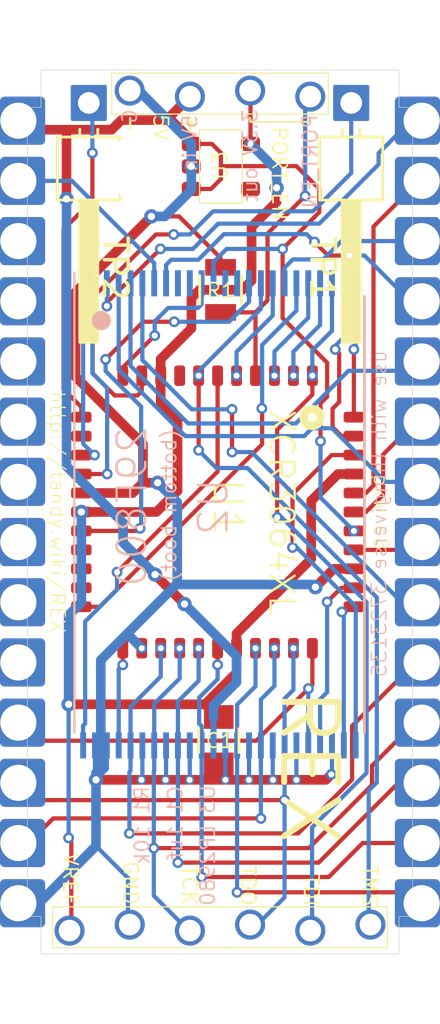
<source format=kicad_pcb>
(kicad_pcb (version 20171130) (host pcbnew 5.1.2-f72e74a~84~ubuntu19.04.1)

  (general
    (thickness 1.6)
    (drawings 68)
    (tracks 511)
    (zones 0)
    (modules 10)
    (nets 42)
  )

  (page A4)
  (layers
    (0 Top signal)
    (31 Bottom signal)
    (32 B.Adhes user hide)
    (33 F.Adhes user hide)
    (34 B.Paste user hide)
    (35 F.Paste user hide)
    (36 B.SilkS user)
    (37 F.SilkS user)
    (38 B.Mask user)
    (39 F.Mask user)
    (40 Dwgs.User user)
    (41 Cmts.User user hide)
    (42 Eco1.User user)
    (43 Eco2.User user)
    (44 Edge.Cuts user)
    (45 Margin user hide)
    (46 B.CrtYd user hide)
    (47 F.CrtYd user hide)
    (48 B.Fab user hide)
    (49 F.Fab user hide)
  )

  (setup
    (last_trace_width 0.1778)
    (user_trace_width 0.1778)
    (user_trace_width 0.3048)
    (user_trace_width 0.4064)
    (trace_clearance 0.1778)
    (zone_clearance 0.508)
    (zone_45_only no)
    (trace_min 0.1778)
    (via_size 0.4572)
    (via_drill 0.3048)
    (via_min_size 0.381)
    (via_min_drill 0.254)
    (user_via 0.4572 0.254)
    (user_via 0.6096 0.3048)
    (uvia_size 0.3)
    (uvia_drill 0.1)
    (uvias_allowed no)
    (uvia_min_size 0.2)
    (uvia_min_drill 0.1)
    (edge_width 0.0254)
    (segment_width 0.2032)
    (pcb_text_width 0.254)
    (pcb_text_size 1.2192 1.2192)
    (mod_edge_width 0.0254)
    (mod_text_size 0.4572 0.4572)
    (mod_text_width 0.0254)
    (pad_size 1.905 2.032)
    (pad_drill 1.524)
    (pad_to_mask_clearance 0)
    (aux_axis_origin 0 0)
    (grid_origin 147.2184 99.187)
    (visible_elements FFFFFF7F)
    (pcbplotparams
      (layerselection 0x010fc_ffffffff)
      (usegerberextensions false)
      (usegerberattributes false)
      (usegerberadvancedattributes false)
      (creategerberjobfile false)
      (excludeedgelayer true)
      (linewidth 0.100000)
      (plotframeref false)
      (viasonmask false)
      (mode 1)
      (useauxorigin false)
      (hpglpennumber 1)
      (hpglpenspeed 20)
      (hpglpendiameter 15.000000)
      (psnegative false)
      (psa4output false)
      (plotreference true)
      (plotvalue true)
      (plotinvisibletext false)
      (padsonsilk false)
      (subtractmaskfromsilk false)
      (outputformat 1)
      (mirror false)
      (drillshape 1)
      (scaleselection 1)
      (outputdirectory ""))
  )

  (net 0 "")
  (net 1 GND)
  (net 2 +3V3)
  (net 3 /LVA17)
  (net 4 /LVA0)
  (net 5 /AD7)
  (net 6 /AD6)
  (net 7 /AD5)
  (net 8 /AD4)
  (net 9 /+5)
  (net 10 /AD3)
  (net 11 /AD2)
  (net 12 /AD1)
  (net 13 /AD0)
  (net 14 /LVA1)
  (net 15 /LVA2)
  (net 16 /LVA3)
  (net 17 /LVA4)
  (net 18 /LVA5)
  (net 19 /LVA6)
  (net 20 /LVA7)
  (net 21 /A8)
  (net 22 /LVA18)
  (net 23 /LVA19)
  (net 24 /A9)
  (net 25 /A10)
  (net 26 /A11)
  (net 27 /A12)
  (net 28 /A13)
  (net 29 /A14)
  (net 30 /LVA15)
  (net 31 /LVA16)
  (net 32 /PORT_EN)
  (net 33 /ALE)
  (net 34 /TP2)
  (net 35 /TP1)
  (net 36 /~RD)
  (net 37 /~CS)
  (net 38 /~WE)
  (net 39 /RY_BY)
  (net 40 /~CE)
  (net 41 /~OE)

  (net_class Default "This is the default net class."
    (clearance 0.1778)
    (trace_width 0.1778)
    (via_dia 0.4572)
    (via_drill 0.3048)
    (uvia_dia 0.3)
    (uvia_drill 0.1)
    (add_net +3V3)
    (add_net /+5)
    (add_net /A10)
    (add_net /A11)
    (add_net /A12)
    (add_net /A13)
    (add_net /A14)
    (add_net /A8)
    (add_net /A9)
    (add_net /AD0)
    (add_net /AD1)
    (add_net /AD2)
    (add_net /AD3)
    (add_net /AD4)
    (add_net /AD5)
    (add_net /AD6)
    (add_net /AD7)
    (add_net /ALE)
    (add_net /LVA0)
    (add_net /LVA1)
    (add_net /LVA15)
    (add_net /LVA16)
    (add_net /LVA17)
    (add_net /LVA18)
    (add_net /LVA19)
    (add_net /LVA2)
    (add_net /LVA3)
    (add_net /LVA4)
    (add_net /LVA5)
    (add_net /LVA6)
    (add_net /LVA7)
    (add_net /PORT_EN)
    (add_net /RY_BY)
    (add_net /TP1)
    (add_net /TP2)
    (add_net /~CE)
    (add_net /~CS)
    (add_net /~OE)
    (add_net /~RD)
    (add_net /~WE)
    (add_net GND)
  )

  (module 000_LOCAL:Molex_50-39-5288 (layer Top) (tedit 5D2FC329) (tstamp 5D2FCA21)
    (at 147.2184 99.187)
    (descr "28-lead though-hole mounted DIP package, row spacing 15.24 mm (600 mils), LongPads")
    (tags "THT DIP DIL PDIP 2.54mm 15.24mm 600mil LongPads")
    (path /5D27638E)
    (fp_text reference J1 (at 7.6454 15.5194 -90) (layer Dwgs.User) hide
      (effects (font (size 1.2065 1.2065) (thickness 0.127)) (justify left bottom))
    )
    (fp_text value Molex_DIP28_edge_contacts (at 10.7061 7.6327 -90) (layer F.Fab) hide
      (effects (font (size 1.2065 1.2065) (thickness 0.1016)) (justify left bottom))
    )
    (fp_text user "not the actual final dimansions in some places." (at 0 -5.6) (layer Dwgs.User)
      (effects (font (size 0.2 0.2) (thickness 0.01)))
    )
    (fp_text user "including allowance for 0.034\" mill radius," (at 0 -6) (layer Dwgs.User)
      (effects (font (size 0.2 0.2) (thickness 0.01)))
    )
    (fp_text user "Edge cuts reflect the necessary router path," (at 0 -6.4) (layer Dwgs.User)
      (effects (font (size 0.2 0.2) (thickness 0.01)))
    )
    (fp_text user "May delete NPTH mechanical polarity hole." (at 0 -7.9) (layer Eco1.User)
      (effects (font (size 0.2 0.2) (thickness 0.01)))
    )
    (fp_text user "Eco1.User is Edge.Cuts for use without carrier." (at 0 -8.25) (layer Eco1.User)
      (effects (font (size 0.2 0.2) (thickness 0.01)))
    )
    (fp_line (start -8.128 -19.05) (end -0.762 -19.05) (layer Eco1.User) (width 0.0254))
    (fp_arc (start 8.4582 -17.9324) (end 7.5946 -17.9324) (angle -90) (layer Dwgs.User) (width 0.00508))
    (fp_arc (start -8.4582 -17.9324) (end -8.4582 -17.0688) (angle -90) (layer Dwgs.User) (width 0.00508))
    (fp_arc (start 8.4582 17.9324) (end 8.4582 17.0688) (angle -90) (layer Dwgs.User) (width 0.00508))
    (fp_arc (start -8.4582 17.9324) (end -7.5946 17.9324) (angle -90) (layer Dwgs.User) (width 0.00508))
    (fp_text user "Eco2.User is Edge.Cuts for use with thingiverse.com/thing:3723135" (at 0 -7.2) (layer Eco2.User)
      (effects (font (size 0.2 0.2) (thickness 0.01)))
    )
    (fp_line (start -8.128 -17.0688) (end -8.128 17.0688) (layer Eco2.User) (width 0.01))
    (fp_line (start 7.5946 -18.7198) (end -7.5946 -18.7198) (layer Eco2.User) (width 0.01))
    (fp_line (start 8.128 17.0688) (end 8.128 -17.0688) (layer Eco2.User) (width 0.01))
    (fp_line (start -7.5946 18.7198) (end 7.5946 18.7198) (layer Eco2.User) (width 0.01))
    (fp_line (start -7.5946 17.0688) (end -8.128 17.0688) (layer Eco2.User) (width 0.01))
    (fp_line (start -7.5946 18.7198) (end -7.5946 17.0688) (layer Eco2.User) (width 0.01))
    (fp_line (start 7.5946 17.0688) (end 8.128 17.0688) (layer Eco2.User) (width 0.01))
    (fp_line (start 7.5946 18.7198) (end 7.5946 17.0688) (layer Eco2.User) (width 0.01))
    (fp_line (start 7.5946 -17.0688) (end 8.128 -17.0688) (layer Eco2.User) (width 0.01))
    (fp_line (start 7.5946 -18.7198) (end 7.5946 -17.0688) (layer Eco2.User) (width 0.01))
    (fp_line (start -7.5946 -17.0688) (end -8.128 -17.0688) (layer Eco2.User) (width 0.01))
    (fp_line (start -7.5946 -18.7198) (end -7.5946 -17.0688) (layer Eco2.User) (width 0.01))
    (fp_line (start -8.128 19.05) (end 8.128 -19.05) (layer Dwgs.User) (width 0.01))
    (fp_line (start -8.128 -19.05) (end 8.128 19.05) (layer Dwgs.User) (width 0.01))
    (fp_line (start 8.128 19.05) (end 8.128 -19.05) (layer Eco1.User) (width 0.0254))
    (fp_line (start -8.128 19.05) (end -8.128 -19.05) (layer Eco1.User) (width 0.0254))
    (fp_arc (start 1.6256 -19.9136) (end 0.762 -19.9136) (angle -90) (layer Dwgs.User) (width 0.00508))
    (fp_arc (start -1.6256 -19.9136) (end -1.6256 -19.05) (angle -90) (layer Dwgs.User) (width 0.00508))
    (fp_arc (start 2.1717 19.9136) (end 3.0353 19.9136) (angle -90) (layer Dwgs.User) (width 0.00508))
    (fp_arc (start 5.4229 19.9136) (end 5.4229 19.05) (angle -90) (layer Dwgs.User) (width 0.00508))
    (fp_arc (start -2.1717 19.9136) (end -2.1717 19.05) (angle -90) (layer Dwgs.User) (width 0.00508))
    (fp_arc (start -5.4229 19.9136) (end -4.5593 19.9136) (angle -90) (layer Dwgs.User) (width 0.00508))
    (fp_line (start 3.0353 19.05) (end -3.0353 19.05) (layer Eco1.User) (width 0.0254))
    (fp_line (start 3.0353 21.59) (end 3.0353 19.05) (layer Eco1.User) (width 0.0254))
    (fp_line (start 4.5593 21.59) (end 3.0353 21.59) (layer Eco1.User) (width 0.0254))
    (fp_line (start 4.5593 19.05) (end 4.5593 21.59) (layer Eco1.User) (width 0.0254))
    (fp_line (start -3.0353 21.59) (end -3.0353 19.05) (layer Eco1.User) (width 0.0254))
    (fp_line (start -4.5593 21.59) (end -3.0353 21.59) (layer Eco1.User) (width 0.0254))
    (fp_line (start -4.5593 19.05) (end -4.5593 21.59) (layer Eco1.User) (width 0.0254))
    (fp_line (start 0.762 -21.59) (end 0.762 -19.05) (layer Eco1.User) (width 0.0254))
    (fp_line (start -0.762 -21.59) (end 0.762 -21.59) (layer Eco1.User) (width 0.0254))
    (fp_line (start -0.762 -19.05) (end -0.762 -21.59) (layer Eco1.User) (width 0.0254))
    (fp_arc (start -4.699 -19.05) (end -5.842 -19.05) (angle -180) (layer Dwgs.User) (width 0.0254))
    (fp_line (start 0.762 -19.05) (end 8.128 -19.05) (layer Eco1.User) (width 0.0254))
    (fp_line (start -4.5593 19.05) (end -8.128 19.05) (layer Eco1.User) (width 0.0254))
    (fp_line (start 8.128 19.05) (end 4.5593 19.05) (layer Eco1.User) (width 0.0254))
    (pad "" np_thru_hole circle (at -3.4 -14.53) (size 2.8 2.8) (drill 2.8) (layers *.Cu *.Mask))
    (pad 1 thru_hole roundrect (at -8.509 -16.51) (size 1.905 2.032) (drill 1.524 (offset 0.1778 0)) (layers *.Cu *.Mask) (roundrect_rratio 0.1)
      (net 9 /+5) (solder_mask_margin -0.3556))
    (pad 15 thru_hole roundrect (at 8.509 16.51 180) (size 1.905 2.032) (drill 1.524 (offset 0.1778 0)) (layers *.Cu *.Mask) (roundrect_rratio 0.1)
      (net 10 /AD3) (solder_mask_margin -0.3556))
    (pad 2 thru_hole roundrect (at -8.509 -13.97) (size 1.905 2.032) (drill 1.524 (offset 0.1778 0)) (layers *.Cu *.Mask) (roundrect_rratio 0.1)
      (net 25 /A10) (solder_mask_margin -0.3556))
    (pad 16 thru_hole roundrect (at 8.509 13.97 180) (size 1.905 2.032) (drill 1.524 (offset 0.1778 0)) (layers *.Cu *.Mask) (roundrect_rratio 0.1)
      (net 8 /AD4) (solder_mask_margin -0.3556))
    (pad 3 thru_hole roundrect (at -8.509 -11.43) (size 1.905 2.032) (drill 1.524 (offset 0.1778 0)) (layers *.Cu *.Mask) (roundrect_rratio 0.1)
      (solder_mask_margin -0.3556))
    (pad 17 thru_hole roundrect (at 8.509 11.43 180) (size 1.905 2.032) (drill 1.524 (offset 0.1778 0)) (layers *.Cu *.Mask) (roundrect_rratio 0.1)
      (net 7 /AD5) (solder_mask_margin -0.3556))
    (pad 4 thru_hole roundrect (at -8.509 -8.89) (size 1.905 2.032) (drill 1.524 (offset 0.1778 0)) (layers *.Cu *.Mask) (roundrect_rratio 0.1)
      (solder_mask_margin -0.3556))
    (pad 18 thru_hole roundrect (at 8.509 8.89 180) (size 1.905 2.032) (drill 1.524 (offset 0.1778 0)) (layers *.Cu *.Mask) (roundrect_rratio 0.1)
      (net 6 /AD6) (solder_mask_margin -0.3556))
    (pad 5 thru_hole roundrect (at -8.509 -6.35) (size 1.905 2.032) (drill 1.524 (offset 0.1778 0)) (layers *.Cu *.Mask) (roundrect_rratio 0.1)
      (solder_mask_margin -0.3556))
    (pad 19 thru_hole roundrect (at 8.509 6.35 180) (size 1.905 2.032) (drill 1.524 (offset 0.1778 0)) (layers *.Cu *.Mask) (roundrect_rratio 0.1)
      (net 5 /AD7) (solder_mask_margin -0.3556))
    (pad 6 thru_hole roundrect (at -8.509 -3.81) (size 1.905 2.032) (drill 1.524 (offset 0.1778 0)) (layers *.Cu *.Mask) (roundrect_rratio 0.1)
      (solder_mask_margin -0.3556))
    (pad 20 thru_hole roundrect (at 8.509 3.81 180) (size 1.905 2.032) (drill 1.524 (offset 0.1778 0)) (layers *.Cu *.Mask) (roundrect_rratio 0.1)
      (net 26 /A11) (solder_mask_margin -0.3556))
    (pad 7 thru_hole roundrect (at -8.509 -1.27) (size 1.905 2.032) (drill 1.524 (offset 0.1778 0)) (layers *.Cu *.Mask) (roundrect_rratio 0.1)
      (solder_mask_margin -0.3556))
    (pad 21 thru_hole roundrect (at 8.509 1.27 180) (size 1.905 2.032) (drill 1.524 (offset 0.1778 0)) (layers *.Cu *.Mask) (roundrect_rratio 0.1)
      (net 36 /~RD) (solder_mask_margin -0.3556))
    (pad 8 thru_hole roundrect (at -8.509 1.27) (size 1.905 2.032) (drill 1.524 (offset 0.1778 0)) (layers *.Cu *.Mask) (roundrect_rratio 0.1)
      (solder_mask_margin -0.3556))
    (pad 22 thru_hole roundrect (at 8.509 -1.27 180) (size 1.905 2.032) (drill 1.524 (offset 0.1778 0)) (layers *.Cu *.Mask) (roundrect_rratio 0.1)
      (net 28 /A13) (solder_mask_margin -0.3556))
    (pad 9 thru_hole roundrect (at -8.509 3.81) (size 1.905 2.032) (drill 1.524 (offset 0.1778 0)) (layers *.Cu *.Mask) (roundrect_rratio 0.1)
      (solder_mask_margin -0.3556))
    (pad 23 thru_hole roundrect (at 8.509 -3.81 180) (size 1.905 2.032) (drill 1.524 (offset 0.1778 0)) (layers *.Cu *.Mask) (roundrect_rratio 0.1)
      (net 33 /ALE) (solder_mask_margin -0.3556))
    (pad 10 thru_hole roundrect (at -8.509 6.35) (size 1.905 2.032) (drill 1.524 (offset 0.1778 0)) (layers *.Cu *.Mask) (roundrect_rratio 0.1)
      (solder_mask_margin -0.3556))
    (pad 24 thru_hole roundrect (at 8.509 -6.35 180) (size 1.905 2.032) (drill 1.524 (offset 0.1778 0)) (layers *.Cu *.Mask) (roundrect_rratio 0.1)
      (net 27 /A12) (solder_mask_margin -0.3556))
    (pad 11 thru_hole roundrect (at -8.509 8.89) (size 1.905 2.032) (drill 1.524 (offset 0.1778 0)) (layers *.Cu *.Mask) (roundrect_rratio 0.1)
      (net 13 /AD0) (solder_mask_margin -0.3556))
    (pad 25 thru_hole roundrect (at 8.509 -8.89 180) (size 1.905 2.032) (drill 1.524 (offset 0.1778 0)) (layers *.Cu *.Mask) (roundrect_rratio 0.1)
      (net 24 /A9) (solder_mask_margin -0.3556))
    (pad 12 thru_hole roundrect (at -8.509 11.43) (size 1.905 2.032) (drill 1.524 (offset 0.1778 0)) (layers *.Cu *.Mask) (roundrect_rratio 0.1)
      (net 12 /AD1) (solder_mask_margin -0.3556))
    (pad 26 thru_hole roundrect (at 8.509 -11.43 180) (size 1.905 2.032) (drill 1.524 (offset 0.1778 0)) (layers *.Cu *.Mask) (roundrect_rratio 0.1)
      (net 21 /A8) (solder_mask_margin -0.3556))
    (pad 13 thru_hole roundrect (at -8.509 13.97) (size 1.905 2.032) (drill 1.524 (offset 0.1778 0)) (layers *.Cu *.Mask) (roundrect_rratio 0.1)
      (net 11 /AD2) (solder_mask_margin -0.3556))
    (pad 27 thru_hole roundrect (at 8.509 -13.97 180) (size 1.905 2.032) (drill 1.524 (offset 0.1778 0)) (layers *.Cu *.Mask) (roundrect_rratio 0.1)
      (net 37 /~CS) (solder_mask_margin -0.3556))
    (pad 14 thru_hole roundrect (at -8.509 16.51) (size 1.905 2.032) (drill 1.524 (offset 0.1778 0)) (layers *.Cu *.Mask) (roundrect_rratio 0.1)
      (net 1 GND) (solder_mask_margin -0.3556))
    (pad 28 thru_hole roundrect (at 8.509 -16.51 180) (size 1.905 2.032) (drill 1.524 (offset 0.1778 0)) (layers *.Cu *.Mask) (roundrect_rratio 0.1)
      (net 29 /A14) (solder_mask_margin -0.3556))
    (model ${KIPRJMOD}/000_LOCAL.pretty/3d/option_rom_pcb_carrier.step
      (offset (xyz 0 0 -4.14))
      (scale (xyz 1 1 1))
      (rotate (xyz 0 0 -90))
    )
  )

  (module 000_LOCAL:SOT-23-5 (layer Top) (tedit 5D2E7E51) (tstamp 5D081D81)
    (at 147.2565 84.6074)
    (descr "5-pin SOT23 package")
    (tags SOT-23-5)
    (path /5D30DD1C)
    (attr smd)
    (fp_text reference U3 (at -0.02794 -0.04064 -90) (layer F.SilkS)
      (effects (font (size 0.6096 0.6096) (thickness 0.0762)))
    )
    (fp_text value LP2980 (at 0 2.9) (layer F.Fab)
      (effects (font (size 1 1) (thickness 0.15)))
    )
    (fp_line (start -0.9 -1.55) (end -0.9 1.55) (layer F.SilkS) (width 0.0508))
    (fp_line (start 0.9 -1.55) (end -0.9 -1.55) (layer F.SilkS) (width 0.0508))
    (fp_line (start 0.9 1.55) (end 0.9 -1.55) (layer F.SilkS) (width 0.0508))
    (fp_line (start -0.9 1.55) (end 0.9 1.55) (layer F.SilkS) (width 0.0508))
    (fp_text user %R (at 0 0 90) (layer F.Fab)
      (effects (font (size 0.5 0.5) (thickness 0.075)))
    )
    (fp_line (start -0.9 -0.9) (end -0.25 -1.55) (layer F.Fab) (width 0.1))
    (fp_line (start 0.9 -1.55) (end -0.25 -1.55) (layer F.Fab) (width 0.1))
    (fp_line (start -0.9 -0.9) (end -0.9 1.55) (layer F.Fab) (width 0.1))
    (fp_line (start 0.9 1.55) (end -0.9 1.55) (layer F.Fab) (width 0.1))
    (fp_line (start 0.9 -1.55) (end 0.9 1.55) (layer F.Fab) (width 0.1))
    (pad 1 smd roundrect (at -1.25 -0.95) (size 0.8 0.6) (layers Top F.Paste F.Mask) (roundrect_rratio 0.25)
      (net 9 /+5))
    (pad 2 smd roundrect (at -1.25 0) (size 0.8 0.6) (layers Top F.Paste F.Mask) (roundrect_rratio 0.25)
      (net 1 GND))
    (pad 3 smd roundrect (at -1.25 0.95) (size 0.8 0.6) (layers Top F.Paste F.Mask) (roundrect_rratio 0.25)
      (net 9 /+5))
    (pad 4 smd roundrect (at 1.25 0.95) (size 0.8 0.6) (layers Top F.Paste F.Mask) (roundrect_rratio 0.25))
    (pad 5 smd roundrect (at 1.25 -0.95) (size 0.8 0.6) (layers Top F.Paste F.Mask) (roundrect_rratio 0.25)
      (net 2 +3V3))
    (model ${KISYS3DMOD}/Package_TO_SOT_SMD.3dshapes/SOT-23-5.step
      (at (xyz 0 0 0))
      (scale (xyz 1 1 1))
      (rotate (xyz 0 0 0))
    )
  )

  (module 000_LOCAL:1x6_jamb_stagger (layer Top) (tedit 5D2E6D6D) (tstamp 5D255940)
    (at 147.2184 116.7257)
    (descr "6 pin jamb connector, perpendicular offsets")
    (path /5D38CEC5)
    (solder_mask_margin -0.17272)
    (fp_text reference J2 (at -1.3462 -1.8288 -180) (layer Dwgs.User)
      (effects (font (size 1.2065 1.2065) (thickness 0.127)) (justify right bottom))
    )
    (fp_text value JTAG (at 0 2.54 unlocked) (layer F.Fab)
      (effects (font (size 1.2065 1.2065) (thickness 0.1016)) (justify bottom))
    )
    (fp_poly (pts (xy 6.0325 -0.3175) (xy 6.0325 0.3175) (xy 6.6675 0.3175) (xy 6.6675 -0.3175)) (layer Dwgs.User) (width 0))
    (fp_poly (pts (xy 3.4925 -0.3175) (xy 3.4925 0.3175) (xy 4.1275 0.3175) (xy 4.1275 -0.3175)) (layer Dwgs.User) (width 0))
    (fp_poly (pts (xy 0.9525 -0.3175) (xy 0.9525 0.3175) (xy 1.5875 0.3175) (xy 1.5875 -0.3175)) (layer Dwgs.User) (width 0))
    (fp_poly (pts (xy -1.5875 -0.3175) (xy -1.5875 0.3175) (xy -0.9525 0.3175) (xy -0.9525 -0.3175)) (layer Dwgs.User) (width 0))
    (fp_poly (pts (xy -4.1275 -0.3175) (xy -4.1275 0.3175) (xy -3.4925 0.3175) (xy -3.4925 -0.3175)) (layer Dwgs.User) (width 0))
    (fp_poly (pts (xy -6.6675 -0.3175) (xy -6.6675 0.3175) (xy -6.0325 0.3175) (xy -6.0325 -0.3175)) (layer Dwgs.User) (width 0))
    (pad 6 thru_hole circle (at 6.35 -0.127) (size 1.27 1.27) (drill 0.9144) (layers *.Cu *.Mask)
      (net 23 /LVA19))
    (pad 5 thru_hole circle (at 3.81 0.127) (size 1.27 1.27) (drill 0.9144) (layers *.Cu *.Mask)
      (net 17 /LVA4))
    (pad 4 thru_hole circle (at 1.27 -0.127) (size 1.27 1.27) (drill 0.9144) (layers *.Cu *.Mask)
      (net 12 /AD1))
    (pad 3 thru_hole circle (at -1.27 0.127) (size 1.27 1.27) (drill 0.9144) (layers *.Cu *.Mask)
      (net 6 /AD6))
    (pad 2 thru_hole circle (at -3.81 -0.127) (size 1.27 1.27) (drill 0.9144) (layers *.Cu *.Mask)
      (net 1 GND))
    (pad 1 thru_hole circle (at -6.35 0.127) (size 1.27 1.27) (drill 0.9144) (layers *.Cu *.Mask)
      (net 2 +3V3))
  )

  (module 000_LOCAL:1x4_jamb_stagger (layer Top) (tedit 5D2E6AAA) (tstamp 5D2E7721)
    (at 147.2184 81.534)
    (descr "jamb connector, 4 pin, staggered")
    (path /5D265CE5)
    (solder_mask_margin -0.17272)
    (fp_text reference J3 (at -1.3462 -1.8288 -180) (layer Dwgs.User)
      (effects (font (size 1.2065 1.2065) (thickness 0.127)) (justify right bottom))
    )
    (fp_text value PRG (at 0.0254 2.54 unlocked) (layer F.Fab)
      (effects (font (size 1.2065 1.2065) (thickness 0.1016)) (justify bottom))
    )
    (fp_poly (pts (xy 0.9525 -0.3175) (xy 0.9525 0.3175) (xy 1.5875 0.3175) (xy 1.5875 -0.3175)) (layer Dwgs.User) (width 0.000254))
    (fp_poly (pts (xy -1.5875 -0.3175) (xy -1.5875 0.3175) (xy -0.9525 0.3175) (xy -0.9525 -0.3175)) (layer Dwgs.User) (width 0.000254))
    (fp_poly (pts (xy 3.4925 -0.3175) (xy 3.4925 0.3175) (xy 4.1275 0.3175) (xy 4.1275 -0.3175)) (layer Dwgs.User) (width 0.000254))
    (fp_poly (pts (xy -4.1275 -0.3175) (xy -4.1275 0.3175) (xy -3.4925 0.3175) (xy -3.4925 -0.3175)) (layer Dwgs.User) (width 0.000254))
    (pad 4 thru_hole circle (at 3.81 0.127) (size 1.27 1.27) (drill 0.9144) (layers *.Cu *.Mask)
      (net 32 /PORT_EN))
    (pad 3 thru_hole circle (at 1.27 -0.127) (size 1.27 1.27) (drill 0.9144) (layers *.Cu *.Mask)
      (net 2 +3V3))
    (pad 2 thru_hole circle (at -1.27 0.127) (size 1.27 1.27) (drill 0.9144) (layers *.Cu *.Mask)
      (net 9 /+5))
    (pad 1 thru_hole circle (at -3.81 -0.127) (size 1.27 1.27) (drill 0.9144) (layers *.Cu *.Mask)
      (net 1 GND))
  )

  (module 000_LOCAL:TSOP-48 locked (layer Bottom) (tedit 5D2DBE0D) (tstamp 5D09E59B)
    (at 147.193 99.2886 270)
    (descr "TSOP I, 32 pins, 18.4x8mm body (https://www.micron.com/~/media/documents/products/technical-note/nor-flash/tn1225_land_pad_design.pdf)")
    (tags "TSOP I 32")
    (path /5D294874)
    (attr smd)
    (fp_text reference U2 (at -1.58496 -0.44958 90) (layer B.SilkS)
      (effects (font (size 1.2065 1.2065) (thickness 0.1016)) (justify left bottom mirror))
    )
    (fp_text value 29F800 (at -3.77698 2.97942 90) (layer B.SilkS)
      (effects (font (size 1.2065 1.2065) (thickness 0.1016)) (justify left bottom mirror))
    )
    (fp_circle (center -8.1788 4.9784) (end -7.9756 4.9784) (layer B.SilkS) (width 0.4064))
    (fp_line (start -8.2 6) (end 9.2 6) (layer B.Fab) (width 0.1))
    (fp_line (start -9.2 -6) (end -9.2 5) (layer B.Fab) (width 0.1))
    (fp_line (start 9.2 -6) (end -9.2 -6) (layer B.Fab) (width 0.1))
    (fp_line (start 9.2 6) (end 9.2 -6) (layer B.Fab) (width 0.1))
    (fp_text user %R (at 0 0 90) (layer B.Fab)
      (effects (font (size 1 1) (thickness 0.15)) (justify mirror))
    )
    (fp_line (start -8.2 6) (end -9.2 5) (layer B.Fab) (width 0.1))
    (fp_line (start 9.2 6.12) (end -10.2 6.12) (layer B.SilkS) (width 0.1))
    (fp_line (start -9.2 -6.12) (end 9.2 -6.12) (layer B.SilkS) (width 0.12))
    (fp_line (start -10.55 6.25) (end 10.55 6.25) (layer B.CrtYd) (width 0.05))
    (fp_line (start 10.55 6.25) (end 10.55 -6.25) (layer B.CrtYd) (width 0.05))
    (fp_line (start 10.55 -6.25) (end -10.55 -6.25) (layer B.CrtYd) (width 0.05))
    (fp_line (start -10.55 -6.25) (end -10.55 6.25) (layer B.CrtYd) (width 0.05))
    (pad 48 smd rect (at 9.75 5.75 270) (size 1.1 0.25) (layers Bottom B.Paste B.Mask)
      (net 3 /LVA17))
    (pad 47 smd rect (at 9.75 5.25 270) (size 1.1 0.25) (layers Bottom B.Paste B.Mask)
      (net 1 GND))
    (pad 46 smd rect (at 9.75 4.75 270) (size 1.1 0.25) (layers Bottom B.Paste B.Mask)
      (net 1 GND))
    (pad 45 smd rect (at 9.75 4.25 270) (size 1.1 0.25) (layers Bottom B.Paste B.Mask)
      (net 4 /LVA0))
    (pad 44 smd rect (at 9.75 3.75 270) (size 1.1 0.25) (layers Bottom B.Paste B.Mask)
      (net 5 /AD7))
    (pad 43 smd rect (at 9.75 3.25 270) (size 1.1 0.25) (layers Bottom B.Paste B.Mask)
      (net 1 GND))
    (pad 42 smd rect (at 9.75 2.75 270) (size 1.1 0.25) (layers Bottom B.Paste B.Mask)
      (net 6 /AD6))
    (pad 41 smd rect (at 9.75 2.25 270) (size 1.1 0.25) (layers Bottom B.Paste B.Mask)
      (net 1 GND))
    (pad 40 smd rect (at 9.75 1.75 270) (size 1.1 0.25) (layers Bottom B.Paste B.Mask)
      (net 7 /AD5))
    (pad 39 smd rect (at 9.75 1.25 270) (size 1.1 0.25) (layers Bottom B.Paste B.Mask)
      (net 1 GND))
    (pad 38 smd rect (at 9.75 0.75 270) (size 1.1 0.25) (layers Bottom B.Paste B.Mask)
      (net 8 /AD4))
    (pad 37 smd rect (at 9.75 0.25 270) (size 1.1 0.25) (layers Bottom B.Paste B.Mask)
      (net 9 /+5))
    (pad 36 smd rect (at 9.75 -0.25 270) (size 1.1 0.25) (layers Bottom B.Paste B.Mask)
      (net 1 GND))
    (pad 35 smd rect (at 9.75 -0.75 270) (size 1.1 0.25) (layers Bottom B.Paste B.Mask)
      (net 10 /AD3))
    (pad 34 smd rect (at 9.75 -1.25 270) (size 1.1 0.25) (layers Bottom B.Paste B.Mask)
      (net 1 GND))
    (pad 33 smd rect (at 9.75 -1.75 270) (size 1.1 0.25) (layers Bottom B.Paste B.Mask)
      (net 11 /AD2))
    (pad 32 smd rect (at 9.75 -2.25 270) (size 1.1 0.25) (layers Bottom B.Paste B.Mask)
      (net 1 GND))
    (pad 31 smd rect (at 9.75 -2.75 270) (size 1.1 0.25) (layers Bottom B.Paste B.Mask)
      (net 12 /AD1))
    (pad 30 smd rect (at 9.75 -3.25 270) (size 1.1 0.25) (layers Bottom B.Paste B.Mask)
      (net 1 GND))
    (pad 29 smd rect (at 9.75 -3.75 270) (size 1.1 0.25) (layers Bottom B.Paste B.Mask)
      (net 13 /AD0))
    (pad 28 smd rect (at 9.75 -4.25 270) (size 1.1 0.25) (layers Bottom B.Paste B.Mask)
      (net 41 /~OE))
    (pad 27 smd rect (at 9.75 -4.75 270) (size 1.1 0.25) (layers Bottom B.Paste B.Mask)
      (net 1 GND))
    (pad 26 smd rect (at 9.75 -5.25 270) (size 1.1 0.25) (layers Bottom B.Paste B.Mask)
      (net 40 /~CE))
    (pad 24 smd rect (at -9.75 -5.75 270) (size 1.1 0.25) (layers Bottom B.Paste B.Mask)
      (net 15 /LVA2))
    (pad 23 smd rect (at -9.75 -5.25 270) (size 1.1 0.25) (layers Bottom B.Paste B.Mask)
      (net 16 /LVA3))
    (pad 22 smd rect (at -9.75 -4.75 270) (size 1.1 0.25) (layers Bottom B.Paste B.Mask)
      (net 17 /LVA4))
    (pad 21 smd rect (at -9.75 -4.25 270) (size 1.1 0.25) (layers Bottom B.Paste B.Mask)
      (net 18 /LVA5))
    (pad 20 smd rect (at -9.75 -3.75 270) (size 1.1 0.25) (layers Bottom B.Paste B.Mask)
      (net 19 /LVA6))
    (pad 19 smd rect (at -9.75 -3.25 270) (size 1.1 0.25) (layers Bottom B.Paste B.Mask)
      (net 20 /LVA7))
    (pad 18 smd rect (at -9.75 -2.75 270) (size 1.1 0.25) (layers Bottom B.Paste B.Mask)
      (net 21 /A8))
    (pad 17 smd rect (at -9.75 -2.25 270) (size 1.1 0.25) (layers Bottom B.Paste B.Mask)
      (net 22 /LVA18))
    (pad 16 smd rect (at -9.75 -1.75 270) (size 1.1 0.25) (layers Bottom B.Paste B.Mask)
      (net 23 /LVA19))
    (pad 15 smd rect (at -9.75 -1.25 270) (size 1.1 0.25) (layers Bottom B.Paste B.Mask)
      (net 39 /RY_BY))
    (pad 14 smd rect (at -9.75 -0.75 270) (size 1.1 0.25) (layers Bottom B.Paste B.Mask))
    (pad 13 smd rect (at -9.75 -0.25 270) (size 1.1 0.25) (layers Bottom B.Paste B.Mask))
    (pad 12 smd rect (at -9.75 0.25 270) (size 1.1 0.25) (layers Bottom B.Paste B.Mask)
      (net 9 /+5))
    (pad 11 smd rect (at -9.75 0.75 270) (size 1.1 0.25) (layers Bottom B.Paste B.Mask)
      (net 38 /~WE))
    (pad 10 smd rect (at -9.75 1.25 270) (size 1.1 0.25) (layers Bottom B.Paste B.Mask))
    (pad 9 smd rect (at -9.75 1.75 270) (size 1.1 0.25) (layers Bottom B.Paste B.Mask))
    (pad 8 smd rect (at -9.75 2.25 270) (size 1.1 0.25) (layers Bottom B.Paste B.Mask)
      (net 24 /A9))
    (pad 7 smd rect (at -9.75 2.75 270) (size 1.1 0.25) (layers Bottom B.Paste B.Mask)
      (net 25 /A10))
    (pad 6 smd rect (at -9.75 3.25 270) (size 1.1 0.25) (layers Bottom B.Paste B.Mask)
      (net 26 /A11))
    (pad 5 smd rect (at -9.75 3.75 270) (size 1.1 0.25) (layers Bottom B.Paste B.Mask)
      (net 27 /A12))
    (pad 4 smd rect (at -9.75 4.25 270) (size 1.1 0.25) (layers Bottom B.Paste B.Mask)
      (net 28 /A13))
    (pad 3 smd rect (at -9.75 4.75 270) (size 1.1 0.25) (layers Bottom B.Paste B.Mask)
      (net 29 /A14))
    (pad 2 smd rect (at -9.75 5.25 270) (size 1.1 0.25) (layers Bottom B.Paste B.Mask)
      (net 30 /LVA15))
    (pad 25 smd rect (at 9.75 -5.75 270) (size 1.1 0.25) (layers Bottom B.Paste B.Mask)
      (net 14 /LVA1))
    (pad 1 smd rect (at -9.75 5.75 270) (size 1.1 0.25) (layers Bottom B.Paste B.Mask)
      (net 31 /LVA16))
    (model ${KISYS3DMOD}/Package_SO.3dshapes/TSOP-I-48_12x18.4mm_P0.5mm.step
      (at (xyz 0 0 0))
      (scale (xyz 1 1 1))
      (rotate (xyz 0 0 0))
    )
  )

  (module 000_LOCAL:1x1_pin_h (layer Top) (tedit 5D2564BC) (tstamp 5D25596D)
    (at 152.7556 81.9277 270)
    (descr "Through hole angled pin header, 1x01, 2.54mm pitch, 6mm pin length, single row")
    (tags "Through hole angled pin header THT 1x01 2.54mm single row")
    (path /E5F42BB8)
    (fp_text reference TP1 (at 6.9723 1.2065 270 unlocked) (layer F.SilkS)
      (effects (font (size 1 1) (thickness 0.15)))
    )
    (fp_text value PINHD-1X1 (at 4.31 3.16 90) (layer F.Fab)
      (effects (font (size 1 1) (thickness 0.15)))
    )
    (fp_line (start 2.135 -1.27) (end 4.04 -1.27) (layer F.Fab) (width 0.1))
    (fp_line (start 4.04 -1.27) (end 4.04 1.27) (layer F.Fab) (width 0.1))
    (fp_line (start 4.04 1.27) (end 1.5 1.27) (layer F.Fab) (width 0.1))
    (fp_line (start 1.5 1.27) (end 1.5 -0.635) (layer F.Fab) (width 0.1))
    (fp_line (start 1.5 -0.635) (end 2.135 -1.27) (layer F.Fab) (width 0.1))
    (fp_line (start -0.32 -0.32) (end 1.5 -0.32) (layer F.Fab) (width 0.1))
    (fp_line (start -0.32 -0.32) (end -0.32 0.32) (layer F.Fab) (width 0.1))
    (fp_line (start -0.32 0.32) (end 1.5 0.32) (layer F.Fab) (width 0.1))
    (fp_line (start 4.04 -0.32) (end 10.04 -0.32) (layer F.Fab) (width 0.1))
    (fp_line (start 10.04 -0.32) (end 10.04 0.32) (layer F.Fab) (width 0.1))
    (fp_line (start 4.04 0.32) (end 10.04 0.32) (layer F.Fab) (width 0.1))
    (fp_line (start 1.44 -1.33) (end 1.44 1.33) (layer F.SilkS) (width 0.12))
    (fp_line (start 1.44 1.33) (end 4.1 1.33) (layer F.SilkS) (width 0.12))
    (fp_line (start 4.1 1.33) (end 4.1 -1.33) (layer F.SilkS) (width 0.12))
    (fp_line (start 4.1 -1.33) (end 1.44 -1.33) (layer F.SilkS) (width 0.12))
    (fp_line (start 4.1 -0.38) (end 10.1 -0.38) (layer F.SilkS) (width 0.12))
    (fp_line (start 10.1 -0.38) (end 10.1 0.38) (layer F.SilkS) (width 0.12))
    (fp_line (start 10.1 0.38) (end 4.1 0.38) (layer F.SilkS) (width 0.12))
    (fp_line (start 4.1 -0.32) (end 10.1 -0.32) (layer F.SilkS) (width 0.12))
    (fp_line (start 4.1 -0.2) (end 10.1 -0.2) (layer F.SilkS) (width 0.12))
    (fp_line (start 4.1 -0.08) (end 10.1 -0.08) (layer F.SilkS) (width 0.12))
    (fp_line (start 4.1 0.04) (end 10.1 0.04) (layer F.SilkS) (width 0.12))
    (fp_line (start 4.1 0.16) (end 10.1 0.16) (layer F.SilkS) (width 0.12))
    (fp_line (start 4.1 0.28) (end 10.1 0.28) (layer F.SilkS) (width 0.12))
    (fp_line (start 1.11 -0.38) (end 1.44 -0.38) (layer F.SilkS) (width 0.12))
    (fp_line (start 1.11 0.38) (end 1.44 0.38) (layer F.SilkS) (width 0.12))
    (fp_line (start -1.8 -1.8) (end -1.8 1.8) (layer F.CrtYd) (width 0.05))
    (fp_line (start -1.8 1.8) (end 10.55 1.8) (layer F.CrtYd) (width 0.05))
    (fp_line (start 10.55 1.8) (end 10.55 -1.8) (layer F.CrtYd) (width 0.05))
    (fp_line (start 10.55 -1.8) (end -1.8 -1.8) (layer F.CrtYd) (width 0.05))
    (fp_text user %R (at 2.77 0) (layer F.Fab)
      (effects (font (size 1 1) (thickness 0.15)))
    )
    (pad 1 thru_hole roundrect (at 0 0 270) (size 1.524 1.524) (drill 0.9144) (layers *.Cu *.Mask) (roundrect_rratio 0.05)
      (net 35 /TP1))
    (model ${KISYS3DMOD}/Connector_PinHeader_2.54mm.3dshapes/PinHeader_1x01_P2.54mm_Horizontal.step
      (at (xyz 0 0 0))
      (scale (xyz 1 1 1))
      (rotate (xyz 0 0 0))
    )
  )

  (module 000_LOCAL:1x1_pin_h (layer Top) (tedit 5D2564BC) (tstamp 5D255991)
    (at 141.6812 81.9277 270)
    (descr "Through hole angled pin header, 1x01, 2.54mm pitch, 6mm pin length, single row")
    (tags "Through hole angled pin header THT 1x01 2.54mm single row")
    (path /93FB0C53)
    (fp_text reference TP2 (at 6.9723 -1.1176 270 unlocked) (layer F.SilkS)
      (effects (font (size 1 1) (thickness 0.15)))
    )
    (fp_text value PINHD-1X1 (at 4.31 3.16 90) (layer F.Fab)
      (effects (font (size 1 1) (thickness 0.15)))
    )
    (fp_line (start 2.135 -1.27) (end 4.04 -1.27) (layer F.Fab) (width 0.1))
    (fp_line (start 4.04 -1.27) (end 4.04 1.27) (layer F.Fab) (width 0.1))
    (fp_line (start 4.04 1.27) (end 1.5 1.27) (layer F.Fab) (width 0.1))
    (fp_line (start 1.5 1.27) (end 1.5 -0.635) (layer F.Fab) (width 0.1))
    (fp_line (start 1.5 -0.635) (end 2.135 -1.27) (layer F.Fab) (width 0.1))
    (fp_line (start -0.32 -0.32) (end 1.5 -0.32) (layer F.Fab) (width 0.1))
    (fp_line (start -0.32 -0.32) (end -0.32 0.32) (layer F.Fab) (width 0.1))
    (fp_line (start -0.32 0.32) (end 1.5 0.32) (layer F.Fab) (width 0.1))
    (fp_line (start 4.04 -0.32) (end 10.04 -0.32) (layer F.Fab) (width 0.1))
    (fp_line (start 10.04 -0.32) (end 10.04 0.32) (layer F.Fab) (width 0.1))
    (fp_line (start 4.04 0.32) (end 10.04 0.32) (layer F.Fab) (width 0.1))
    (fp_line (start 1.44 -1.33) (end 1.44 1.33) (layer F.SilkS) (width 0.12))
    (fp_line (start 1.44 1.33) (end 4.1 1.33) (layer F.SilkS) (width 0.12))
    (fp_line (start 4.1 1.33) (end 4.1 -1.33) (layer F.SilkS) (width 0.12))
    (fp_line (start 4.1 -1.33) (end 1.44 -1.33) (layer F.SilkS) (width 0.12))
    (fp_line (start 4.1 -0.38) (end 10.1 -0.38) (layer F.SilkS) (width 0.12))
    (fp_line (start 10.1 -0.38) (end 10.1 0.38) (layer F.SilkS) (width 0.12))
    (fp_line (start 10.1 0.38) (end 4.1 0.38) (layer F.SilkS) (width 0.12))
    (fp_line (start 4.1 -0.32) (end 10.1 -0.32) (layer F.SilkS) (width 0.12))
    (fp_line (start 4.1 -0.2) (end 10.1 -0.2) (layer F.SilkS) (width 0.12))
    (fp_line (start 4.1 -0.08) (end 10.1 -0.08) (layer F.SilkS) (width 0.12))
    (fp_line (start 4.1 0.04) (end 10.1 0.04) (layer F.SilkS) (width 0.12))
    (fp_line (start 4.1 0.16) (end 10.1 0.16) (layer F.SilkS) (width 0.12))
    (fp_line (start 4.1 0.28) (end 10.1 0.28) (layer F.SilkS) (width 0.12))
    (fp_line (start 1.11 -0.38) (end 1.44 -0.38) (layer F.SilkS) (width 0.12))
    (fp_line (start 1.11 0.38) (end 1.44 0.38) (layer F.SilkS) (width 0.12))
    (fp_line (start -1.8 -1.8) (end -1.8 1.8) (layer F.CrtYd) (width 0.05))
    (fp_line (start -1.8 1.8) (end 10.55 1.8) (layer F.CrtYd) (width 0.05))
    (fp_line (start 10.55 1.8) (end 10.55 -1.8) (layer F.CrtYd) (width 0.05))
    (fp_line (start 10.55 -1.8) (end -1.8 -1.8) (layer F.CrtYd) (width 0.05))
    (fp_text user %R (at 2.77 0) (layer F.Fab)
      (effects (font (size 1 1) (thickness 0.15)))
    )
    (pad 1 thru_hole roundrect (at 0 0 270) (size 1.524 1.524) (drill 0.9144) (layers *.Cu *.Mask) (roundrect_rratio 0.05)
      (net 34 /TP2))
    (model ${KISYS3DMOD}/Connector_PinHeader_2.54mm.3dshapes/PinHeader_1x01_P2.54mm_Horizontal.step
      (at (xyz 0 0 0))
      (scale (xyz 1 1 1))
      (rotate (xyz 0 0 0))
    )
  )

  (module 000_LOCAL:QFP44 locked (layer Top) (tedit 5D20F7C0) (tstamp 5D07EEA8)
    (at 147.1168 99.187 270)
    (path /5D2858A9)
    (attr smd)
    (fp_text reference U1 (at -1.4859 0.2667 270 unlocked) (layer F.SilkS)
      (effects (font (size 1.2065 1.2065) (thickness 0.1016)) (justify left bottom))
    )
    (fp_text value XCR3064XL-10VQ44 (at -8.1534 -8.9662 180) (layer Dwgs.User) hide
      (effects (font (size 1.2065 1.2065) (thickness 0.1016)) (justify left bottom))
    )
    (fp_text user %R (at 0 0 270) (layer F.Fab)
      (effects (font (size 1 1) (thickness 0.15)))
    )
    (fp_line (start 6 6) (end 6 -6) (layer F.Fab) (width 0.1))
    (fp_line (start -6 6) (end 6 6) (layer F.Fab) (width 0.1))
    (fp_line (start -6 -6) (end -6 6) (layer F.Fab) (width 0.1))
    (fp_line (start 6 -6) (end -6 -6) (layer F.Fab) (width 0.1))
    (fp_circle (center -3.9878 -3.9878) (end -3.8116 -3.9878) (layer F.SilkS) (width 0.3556))
    (fp_circle (center -5.715 -5.715) (end -5.715 -5.815) (layer F.Fab) (width 0.2))
    (fp_line (start -6.7 -6.7) (end 6.7 -6.7) (layer F.CrtYd) (width 0.1))
    (fp_line (start 6.7 -6.7) (end 6.7 6.7) (layer F.CrtYd) (width 0.1))
    (fp_line (start 6.7 6.7) (end -6.7 6.7) (layer F.CrtYd) (width 0.1))
    (fp_line (start -6.7 6.7) (end -6.7 -6.7) (layer F.CrtYd) (width 0.1))
    (pad 1 smd roundrect (at -5.75 -4) (size 0.4572 0.8636) (layers Top F.Paste F.Mask) (roundrect_rratio 0.25)
      (net 17 /LVA4))
    (pad 2 smd roundrect (at -5.75 -3.2) (size 0.4572 0.8636) (layers Top F.Paste F.Mask) (roundrect_rratio 0.25)
      (net 18 /LVA5))
    (pad 3 smd roundrect (at -5.75 -2.4) (size 0.4572 0.8636) (layers Top F.Paste F.Mask) (roundrect_rratio 0.25)
      (net 19 /LVA6))
    (pad 4 smd roundrect (at -5.75 -1.6) (size 0.4572 0.8636) (layers Top F.Paste F.Mask) (roundrect_rratio 0.25)
      (net 32 /PORT_EN))
    (pad 5 smd roundrect (at -5.75 -0.8) (size 0.4572 0.8636) (layers Top F.Paste F.Mask) (roundrect_rratio 0.25)
      (net 22 /LVA18))
    (pad 6 smd roundrect (at -5.75 0) (size 0.4572 0.8636) (layers Top F.Paste F.Mask) (roundrect_rratio 0.25)
      (net 3 /LVA17))
    (pad 7 smd roundrect (at -5.75 0.8) (size 0.4572 0.8636) (layers Top F.Paste F.Mask) (roundrect_rratio 0.25)
      (net 23 /LVA19))
    (pad 8 smd roundrect (at -5.75 1.6) (size 0.4572 0.8636) (layers Top F.Paste F.Mask) (roundrect_rratio 0.25))
    (pad 9 smd roundrect (at -5.75 2.4) (size 0.4572 0.8636) (layers Top F.Paste F.Mask) (roundrect_rratio 0.25)
      (net 2 +3V3))
    (pad 10 smd roundrect (at -5.75 3.2) (size 0.4572 0.8636) (layers Top F.Paste F.Mask) (roundrect_rratio 0.25)
      (net 35 /TP1))
    (pad 11 smd roundrect (at -5.75 4) (size 0.4572 0.8636) (layers Top F.Paste F.Mask) (roundrect_rratio 0.25)
      (net 38 /~WE))
    (pad 12 smd roundrect (at -4 5.75 270) (size 0.4572 0.8636) (layers Top F.Paste F.Mask) (roundrect_rratio 0.25)
      (net 34 /TP2))
    (pad 13 smd roundrect (at -3.2 5.75 270) (size 0.4572 0.8636) (layers Top F.Paste F.Mask) (roundrect_rratio 0.25))
    (pad 14 smd roundrect (at -2.4 5.75 270) (size 0.4572 0.8636) (layers Top F.Paste F.Mask) (roundrect_rratio 0.25)
      (net 31 /LVA16))
    (pad 15 smd roundrect (at -1.6 5.75 270) (size 0.4572 0.8636) (layers Top F.Paste F.Mask) (roundrect_rratio 0.25)
      (net 30 /LVA15))
    (pad 16 smd roundrect (at -0.8 5.75 270) (size 0.4572 0.8636) (layers Top F.Paste F.Mask) (roundrect_rratio 0.25)
      (net 1 GND))
    (pad 17 smd roundrect (at 0 5.75 270) (size 0.4572 0.8636) (layers Top F.Paste F.Mask) (roundrect_rratio 0.25)
      (net 2 +3V3))
    (pad 18 smd roundrect (at 0.8 5.75 270) (size 0.4572 0.8636) (layers Top F.Paste F.Mask) (roundrect_rratio 0.25)
      (net 39 /RY_BY))
    (pad 19 smd roundrect (at 1.6 5.75 270) (size 0.4572 0.8636) (layers Top F.Paste F.Mask) (roundrect_rratio 0.25))
    (pad 20 smd roundrect (at 2.4 5.75 270) (size 0.4572 0.8636) (layers Top F.Paste F.Mask) (roundrect_rratio 0.25))
    (pad 21 smd roundrect (at 3.2 5.75 270) (size 0.4572 0.8636) (layers Top F.Paste F.Mask) (roundrect_rratio 0.25))
    (pad 22 smd roundrect (at 4 5.75 270) (size 0.4572 0.8636) (layers Top F.Paste F.Mask) (roundrect_rratio 0.25)
      (net 20 /LVA7))
    (pad 23 smd roundrect (at 5.75 4) (size 0.4572 0.8636) (layers Top F.Paste F.Mask) (roundrect_rratio 0.25)
      (net 4 /LVA0))
    (pad 24 smd roundrect (at 5.75 3.2) (size 0.4572 0.8636) (layers Top F.Paste F.Mask) (roundrect_rratio 0.25)
      (net 1 GND))
    (pad 25 smd roundrect (at 5.75 2.4) (size 0.4572 0.8636) (layers Top F.Paste F.Mask) (roundrect_rratio 0.25)
      (net 5 /AD7))
    (pad 26 smd roundrect (at 5.75 1.6) (size 0.4572 0.8636) (layers Top F.Paste F.Mask) (roundrect_rratio 0.25)
      (net 6 /AD6))
    (pad 27 smd roundrect (at 5.75 0.8) (size 0.4572 0.8636) (layers Top F.Paste F.Mask) (roundrect_rratio 0.25)
      (net 7 /AD5))
    (pad 28 smd roundrect (at 5.75 0) (size 0.4572 0.8636) (layers Top F.Paste F.Mask) (roundrect_rratio 0.25)
      (net 8 /AD4))
    (pad 29 smd roundrect (at 5.75 -0.8) (size 0.4572 0.8636) (layers Top F.Paste F.Mask) (roundrect_rratio 0.25)
      (net 2 +3V3))
    (pad 30 smd roundrect (at 5.75 -1.6) (size 0.4572 0.8636) (layers Top F.Paste F.Mask) (roundrect_rratio 0.25)
      (net 10 /AD3))
    (pad 31 smd roundrect (at 5.75 -2.4) (size 0.4572 0.8636) (layers Top F.Paste F.Mask) (roundrect_rratio 0.25)
      (net 11 /AD2))
    (pad 32 smd roundrect (at 5.75 -3.2) (size 0.4572 0.8636) (layers Top F.Paste F.Mask) (roundrect_rratio 0.25)
      (net 12 /AD1))
    (pad 33 smd roundrect (at 5.75 -4) (size 0.4572 0.8636) (layers Top F.Paste F.Mask) (roundrect_rratio 0.25)
      (net 13 /AD0))
    (pad 34 smd roundrect (at 4 -5.75 270) (size 0.4572 0.8636) (layers Top F.Paste F.Mask) (roundrect_rratio 0.25)
      (net 40 /~CE))
    (pad 35 smd roundrect (at 3.2 -5.75 270) (size 0.4572 0.8636) (layers Top F.Paste F.Mask) (roundrect_rratio 0.25)
      (net 41 /~OE))
    (pad 36 smd roundrect (at 2.4 -5.75 270) (size 0.4572 0.8636) (layers Top F.Paste F.Mask) (roundrect_rratio 0.25)
      (net 1 GND))
    (pad 37 smd roundrect (at 1.6 -5.75 270) (size 0.4572 0.8636) (layers Top F.Paste F.Mask) (roundrect_rratio 0.25)
      (net 36 /~RD))
    (pad 38 smd roundrect (at 0.8 -5.75 270) (size 0.4572 0.8636) (layers Top F.Paste F.Mask) (roundrect_rratio 0.25)
      (net 9 /+5))
    (pad 39 smd roundrect (at 0 -5.75 270) (size 0.4572 0.8636) (layers Top F.Paste F.Mask) (roundrect_rratio 0.25)
      (net 33 /ALE))
    (pad 40 smd roundrect (at -0.8 -5.75 270) (size 0.4572 0.8636) (layers Top F.Paste F.Mask) (roundrect_rratio 0.25)
      (net 37 /~CS))
    (pad 41 smd roundrect (at -1.6 -5.75 270) (size 0.4572 0.8636) (layers Top F.Paste F.Mask) (roundrect_rratio 0.25)
      (net 2 +3V3))
    (pad 42 smd roundrect (at -2.4 -5.75 270) (size 0.4572 0.8636) (layers Top F.Paste F.Mask) (roundrect_rratio 0.25)
      (net 14 /LVA1))
    (pad 43 smd roundrect (at -3.2 -5.75 270) (size 0.4572 0.8636) (layers Top F.Paste F.Mask) (roundrect_rratio 0.25)
      (net 16 /LVA3))
    (pad 44 smd roundrect (at -4 -5.75 270) (size 0.4572 0.8636) (layers Top F.Paste F.Mask) (roundrect_rratio 0.25)
      (net 15 /LVA2))
    (model ${KISYS3DMOD}/Package_QFP.3dshapes/TQFP-44_10x10mm_P0.8mm.wrl
      (at (xyz 0 0 0))
      (scale (xyz 1 1 1))
      (rotate (xyz 0 0 0))
    )
  )

  (module Resistors_SMD:R_0805 (layer Top) (tedit 5D09996B) (tstamp 5D099A58)
    (at 147.2438 89.8144 90)
    (descr "Resistor SMD 0805, reflow soldering, Vishay (see dcrcw.pdf)")
    (tags "resistor 0805")
    (path /2604F989)
    (attr smd)
    (fp_text reference R1 (at -0.0254 0.00508) (layer F.SilkS)
      (effects (font (size 0.6096 0.6096) (thickness 0.0762)))
    )
    (fp_text value 10k (at 0 1.75 90) (layer F.Fab)
      (effects (font (size 1 1) (thickness 0.15)))
    )
    (fp_text user %R (at 0 0 90) (layer F.Fab)
      (effects (font (size 0.5 0.5) (thickness 0.075)))
    )
    (fp_line (start -1 0.62) (end -1 -0.62) (layer F.Fab) (width 0.1))
    (fp_line (start 1 0.62) (end -1 0.62) (layer F.Fab) (width 0.1))
    (fp_line (start 1 -0.62) (end 1 0.62) (layer F.Fab) (width 0.1))
    (fp_line (start -1 -0.62) (end 1 -0.62) (layer F.Fab) (width 0.1))
    (fp_line (start 0.6 0.88) (end -0.6 0.88) (layer F.SilkS) (width 0.12))
    (fp_line (start -0.6 -0.88) (end 0.6 -0.88) (layer F.SilkS) (width 0.12))
    (fp_line (start -1.55 -0.9) (end 1.55 -0.9) (layer F.CrtYd) (width 0.05))
    (fp_line (start -1.55 -0.9) (end -1.55 0.9) (layer F.CrtYd) (width 0.05))
    (fp_line (start 1.55 0.9) (end 1.55 -0.9) (layer F.CrtYd) (width 0.05))
    (fp_line (start 1.55 0.9) (end -1.55 0.9) (layer F.CrtYd) (width 0.05))
    (pad 1 smd rect (at -0.95 0 90) (size 0.7 1.3) (layers Top F.Paste F.Mask)
      (net 32 /PORT_EN))
    (pad 2 smd rect (at 0.95 0 90) (size 0.7 1.3) (layers Top F.Paste F.Mask)
      (net 1 GND))
    (model ${KISYS3DMOD}/Resistors_SMD.3dshapes/R_0805.wrl
      (at (xyz 0 0 0))
      (scale (xyz 1 1 1))
      (rotate (xyz 0 0 0))
    )
    (model ${KISYS3DMOD}/Resistor_SMD.3dshapes/R_0805_2012Metric.step
      (at (xyz 0 0 0))
      (scale (xyz 1 1 1))
      (rotate (xyz 0 0 0))
    )
  )

  (module Capacitors_SMD:C_0805 (layer Top) (tedit 58AA8463) (tstamp 5D17005C)
    (at 147.1676 108.839 270)
    (descr "Capacitor SMD 0805, reflow soldering, AVX (see smccp.pdf)")
    (tags "capacitor 0805")
    (path /327B8ADF)
    (attr smd)
    (fp_text reference C1 (at 0 -0.0381 unlocked) (layer F.SilkS)
      (effects (font (size 0.6096 0.6096) (thickness 0.0762)))
    )
    (fp_text value C-USC0805 (at 0 1.75 90) (layer F.Fab)
      (effects (font (size 1 1) (thickness 0.15)))
    )
    (fp_line (start 1.75 0.87) (end -1.75 0.87) (layer F.CrtYd) (width 0.05))
    (fp_line (start 1.75 0.87) (end 1.75 -0.88) (layer F.CrtYd) (width 0.05))
    (fp_line (start -1.75 -0.88) (end -1.75 0.87) (layer F.CrtYd) (width 0.05))
    (fp_line (start -1.75 -0.88) (end 1.75 -0.88) (layer F.CrtYd) (width 0.05))
    (fp_line (start -0.5 0.85) (end 0.5 0.85) (layer F.SilkS) (width 0.12))
    (fp_line (start 0.5 -0.85) (end -0.5 -0.85) (layer F.SilkS) (width 0.12))
    (fp_line (start -1 -0.62) (end 1 -0.62) (layer F.Fab) (width 0.1))
    (fp_line (start 1 -0.62) (end 1 0.62) (layer F.Fab) (width 0.1))
    (fp_line (start 1 0.62) (end -1 0.62) (layer F.Fab) (width 0.1))
    (fp_line (start -1 0.62) (end -1 -0.62) (layer F.Fab) (width 0.1))
    (fp_text user %R (at 0 -1.5 90) (layer F.Fab)
      (effects (font (size 1 1) (thickness 0.15)))
    )
    (pad 2 smd rect (at 1 0 270) (size 1 1.25) (layers Top F.Paste F.Mask)
      (net 1 GND))
    (pad 1 smd rect (at -1 0 270) (size 1 1.25) (layers Top F.Paste F.Mask)
      (net 2 +3V3))
    (model Capacitors_SMD.3dshapes/C_0805.wrl
      (at (xyz 0 0 0))
      (scale (xyz 1 1 1))
      (rotate (xyz 0 0 0))
    )
    (model ${KISYS3DMOD}/Capacitor_SMD.3dshapes/C_0805_2012Metric.wrl
      (at (xyz 0 0 0))
      (scale (xyz 1 1 1))
      (rotate (xyz 0 0 0))
    )
  )

  (gr_line (start 140.12672 116.3828) (end 139.99972 116.3828) (layer Dwgs.User) (width 0.0127) (tstamp 5D2FD3F3))
  (gr_line (start 139.99972 116.3828) (end 139.87272 116.5606) (layer Dwgs.User) (width 0.0127) (tstamp 5D2FD3F2))
  (gr_line (start 139.87272 116.5606) (end 139.69492 116.5606) (layer Dwgs.User) (width 0.0127) (tstamp 5D2FD3F1))
  (gr_text "theoretical edge cut" (at 141.69898 116.28882) (layer Dwgs.User) (tstamp 5D2FD3E3)
    (effects (font (size 0.2032 0.2032) (thickness 0.0127)))
  )
  (gr_text "for back components & legs" (at 146.9684 88.087) (layer Dwgs.User) (tstamp 5D2FD3C6)
    (effects (font (size 0.4572 0.4572) (thickness 0.0254)))
  )
  (gr_text "21x12.5x1.3mm deep pocket" (at 146.9684 87.437) (layer Dwgs.User)
    (effects (font (size 0.4572 0.4572) (thickness 0.0254)))
  )
  (gr_line (start 140.9684 87.437) (end 141.9684 87.437) (layer Dwgs.User) (width 0.0254))
  (gr_line (start 140.9684 87.437) (end 141.2184 87.687) (layer Dwgs.User) (width 0.0254))
  (gr_line (start 141.2184 87.187) (end 140.9684 87.437) (layer Dwgs.User) (width 0.0254))
  (gr_line (start 153.4684 81.187) (end 140.9684 81.187) (layer Dwgs.User) (width 0.0254) (tstamp 5D2FBC4E))
  (gr_line (start 153.4684 117.187) (end 153.4684 81.187) (layer Dwgs.User) (width 0.0254))
  (gr_line (start 140.9684 117.187) (end 153.4684 117.187) (layer Dwgs.User) (width 0.0254))
  (gr_line (start 140.9684 81.187) (end 140.9684 117.187) (layer Dwgs.User) (width 0.0254))
  (gr_line (start 148.4884 82.7278) (end 151.0284 82.7278) (layer F.SilkS) (width 0.0762) (tstamp 5D2E8320))
  (gr_line (start 154.7749 80.537) (end 154.7749 82.1182) (layer Edge.Cuts) (width 0.0254) (tstamp 5D2E7491))
  (gr_line (start 139.6619 80.537) (end 139.6619 82.1182) (layer Edge.Cuts) (width 0.0254) (tstamp 5D2E748F))
  (gr_line (start 139.6619 117.837) (end 139.6619 116.2558) (layer Edge.Cuts) (width 0.0254) (tstamp 5D2E748D))
  (gr_line (start 154.7749 116.2558) (end 154.7749 117.837) (layer Edge.Cuts) (width 0.0254) (tstamp 5D2E748B))
  (gr_line (start 139.6619 82.1182) (end 139.0904 82.1182) (layer Edge.Cuts) (width 0.0254) (tstamp 5D2E7484))
  (gr_line (start 154.7749 82.1182) (end 155.3464 82.1182) (layer Edge.Cuts) (width 0.0254) (tstamp 5D2E7483))
  (gr_line (start 139.6619 80.537) (end 154.7749 80.537) (layer Edge.Cuts) (width 0.0254) (tstamp 5D2E7482))
  (gr_line (start 139.6619 116.2558) (end 139.0904 116.2558) (layer Edge.Cuts) (width 0.0254) (tstamp 5D2E747F))
  (gr_line (start 154.7749 116.2558) (end 155.3464 116.2558) (layer Edge.Cuts) (width 0.0254) (tstamp 5D2E747E))
  (gr_line (start 139.6619 117.837) (end 154.7749 117.837) (layer Edge.Cuts) (width 0.0254) (tstamp 5D2E747D))
  (gr_text "use with thingiverse 3723135" (at 153.9367 99.2632 90) (layer B.SilkS) (tstamp 5D25BC4F)
    (effects (font (size 0.6096 0.6096) (thickness 0.0508)) (justify mirror))
  )
  (gr_line (start 142.6464 80.6704) (end 142.6464 82.3976) (layer F.SilkS) (width 0.0508) (tstamp 5D25660C))
  (gr_line (start 151.7904 80.6704) (end 151.7904 82.3976) (layer F.SilkS) (width 0.0508) (tstamp 5D25660B))
  (gr_line (start 154.2796 117.5766) (end 140.1572 117.5766) (layer F.SilkS) (width 0.0508) (tstamp 5D255F67))
  (gr_line (start 154.2796 115.8494) (end 154.2796 117.5766) (layer F.SilkS) (width 0.0508))
  (gr_line (start 140.1572 115.8494) (end 154.2796 115.8494) (layer F.SilkS) (width 0.0508))
  (gr_line (start 140.1572 117.5766) (end 140.1572 115.8494) (layer F.SilkS) (width 0.0508))
  (gr_text G (at 143.4084 82.4865 -270) (layer B.SilkS) (tstamp 5D254ED7)
    (effects (font (size 0.6096 0.6096) (thickness 0.0762)) (justify mirror))
  )
  (gr_text "5V in" (at 145.9484 83.6295 -270) (layer B.SilkS) (tstamp 5D254CD4)
    (effects (font (size 0.6096 0.6096) (thickness 0.0762)) (justify mirror))
  )
  (gr_line (start 151.0284 82.7278) (end 151.0284 82.55) (layer F.SilkS) (width 0.0762))
  (gr_line (start 148.4884 82.7278) (end 148.4884 82.55) (layer F.SilkS) (width 0.0762))
  (gr_line (start 151.7904 80.6704) (end 142.6464 80.6704) (layer F.SilkS) (width 0.0508) (tstamp 5D2535BE))
  (gr_line (start 142.6464 82.3976) (end 151.7904 82.3976) (layer F.SilkS) (width 0.0508))
  (gr_text - (at 143.4719 82.804 -90) (layer F.SilkS) (tstamp 5D25028A)
    (effects (font (size 0.6096 0.6096) (thickness 0.1016)))
  )
  (gr_text + (at 146.0119 82.804 -90) (layer F.SilkS) (tstamp 5D2501E0)
    (effects (font (size 0.6096 0.6096) (thickness 0.1016)))
  )
  (gr_line (start 137.9474 82.677) (end 139.4714 82.677) (layer Dwgs.User) (width 0.0254))
  (gr_line (start 138.7094 81.915) (end 138.7094 83.439) (layer Dwgs.User) (width 0.0254))
  (gr_line (start 155.3464 82.1182) (end 155.3464 116.2558) (layer Edge.Cuts) (width 0.0254) (tstamp B2535330))
  (gr_line (start 139.6238 117.9068) (end 154.813 80.4672) (layer Dwgs.User) (width 0.0254))
  (gr_line (start 139.6238 80.4672) (end 154.813 117.9068) (layer Dwgs.User) (width 0.0254))
  (gr_text PORT_EN (at 151.0284 84.3915 -270) (layer B.SilkS) (tstamp 5D1B308C)
    (effects (font (size 0.6096 0.6096) (thickness 0.0762)) (justify mirror))
  )
  (gr_text "3.3V out" (at 148.4884 84.1375 -270) (layer B.SilkS)
    (effects (font (size 0.6096 0.6096) (thickness 0.0762)) (justify mirror))
  )
  (gr_line (start 139.0904 116.2558) (end 139.0904 82.1182) (layer Edge.Cuts) (width 0.0254) (tstamp 5D07FE36))
  (gr_line (start 139.8778 116.25834) (end 139.7 116.25834) (layer Dwgs.User) (width 0.0127))
  (gr_line (start 140.0048 116.08054) (end 139.8778 116.25834) (layer Dwgs.User) (width 0.0127))
  (gr_line (start 140.1318 116.08054) (end 140.0048 116.08054) (layer Dwgs.User) (width 0.0127))
  (gr_text "Edge.Cuts offset for mill" (at 142.05712 116.01958) (layer Dwgs.User)
    (effects (font (size 0.2032 0.2032) (thickness 0.0127)))
  )
  (gr_line (start 139.6238 116.5606) (end 139.0904 116.5606) (layer Dwgs.User) (width 0.0254) (tstamp 5D1AC1B0))
  (gr_text http://tandy.wiki/REX (at 140.3604 99.187 -90) (layer F.SilkS)
    (effects (font (size 0.6096 0.6096) (thickness 0.0508)))
  )
  (gr_text PORT_EN (at 149.733 84.8995 -90) (layer F.SilkS) (tstamp 5D250528)
    (effects (font (size 0.6096 0.6096) (thickness 0.0762)))
  )
  (gr_text "bkw c8" (at 154.0129 99.187 -90) (layer F.SilkS)
    (effects (font (size 0.6096 0.6096) (thickness 0.0508)))
  )
  (gr_text "U3 LP2980" (at 146.6977 113.2586 90) (layer B.SilkS) (tstamp 5D15D5FC)
    (effects (font (size 0.6096 0.6096) (thickness 0.0762)) (justify mirror))
  )
  (gr_text "C1 1uf" (at 145.3261 112.3061 90) (layer B.SilkS)
    (effects (font (size 0.6096 0.6096) (thickness 0.0762)) (justify mirror))
  )
  (gr_text "R1 10k" (at 143.9291 112.4077 90) (layer B.SilkS)
    (effects (font (size 0.6096 0.6096) (thickness 0.0762)) (justify mirror))
  )
  (gr_text "(bottom boot)" (at 145.0721 98.9076 90) (layer B.SilkS)
    (effects (font (size 0.6096 0.6096) (thickness 0.0762)) (justify mirror))
  )
  (gr_text 5V (at 144.3609 82.3595 -90) (layer F.SilkS) (tstamp 5D25359A)
    (effects (font (size 0.6096 0.6096) (thickness 0.0762)) (justify left bottom))
  )
  (gr_text REX (at 149.6314 106.4895 -90) (layer F.SilkS) (tstamp B416F390)
    (effects (font (size 2.286 2.286) (thickness 0.254)) (justify left bottom))
  )
  (gr_text TMS (at 153.1874 114.046 -90) (layer F.SilkS) (tstamp B419F2D0)
    (effects (font (size 0.6096 0.6096) (thickness 0.0762)) (justify left bottom))
  )
  (gr_text TDI (at 150.7109 114.427 -90) (layer F.SilkS) (tstamp B419F7A0)
    (effects (font (size 0.6096 0.6096) (thickness 0.0762)) (justify left bottom))
  )
  (gr_text TCK (at 145.5674 114.046 -90) (layer F.SilkS) (tstamp B40E64C0)
    (effects (font (size 0.6096 0.6096) (thickness 0.0762)) (justify left bottom))
  )
  (gr_text TDO (at 148.0439 114.046 -90) (layer F.SilkS) (tstamp B40E6990)
    (effects (font (size 0.6096 0.6096) (thickness 0.0762)) (justify left bottom))
  )
  (gr_text GND (at 143.0909 113.8555 -90) (layer F.SilkS) (tstamp B40E6E60)
    (effects (font (size 0.6096 0.6096) (thickness 0.0762)) (justify left bottom))
  )
  (gr_text VREF (at 140.5509 113.538 -90) (layer F.SilkS) (tstamp B4101330)
    (effects (font (size 0.6096 0.6096) (thickness 0.0762)) (justify left bottom))
  )
  (gr_text XCR3064XL (at 149.225 94.7928 -90) (layer F.SilkS) (tstamp B41B93E0)
    (effects (font (size 1.016 1.016) (thickness 0.1016)) (justify left bottom))
  )

  (segment (start 141.9468 108.9798) (end 141.9606 108.966) (width 0.1778) (layer Bottom) (net 1) (tstamp B2A77470))
  (segment (start 141.9468 108.9798) (end 141.9468 108.9951) (width 0.1778) (layer Bottom) (net 1) (tstamp B2A77990))
  (segment (start 151.2443 102.362) (end 151.2316 102.362) (width 0.3048) (layer Top) (net 1) (tstamp B2A8E5E0))
  (via (at 151.2443 102.362) (size 0.6096) (drill 0.3048) (layers Top Bottom) (net 1) (tstamp B2AA0330))
  (segment (start 145.9468 108.9951) (end 145.94648 108.99542) (width 0.1778) (layer Bottom) (net 1))
  (via (at 141.986001 110.490001) (size 0.6096) (drill 0.3048) (layers Top Bottom) (net 1))
  (segment (start 147.447 110.49) (end 148.4376 110.49) (width 0.4064) (layer Top) (net 1) (tstamp 5D0A663E))
  (via (at 147.447 110.49) (size 0.4064) (drill 0.254) (layers Top Bottom) (net 1))
  (segment (start 149.4536 110.49) (end 150.4442 110.49) (width 0.4064) (layer Top) (net 1) (tstamp 5D0A6640))
  (via (at 149.4536 110.49) (size 0.4064) (drill 0.254) (layers Top Bottom) (net 1))
  (via (at 150.4442 110.49) (size 0.4064) (drill 0.254) (layers Top Bottom) (net 1))
  (segment (start 147.443 110.486) (end 147.447 110.49) (width 0.1778) (layer Bottom) (net 1))
  (segment (start 147.443 109.0386) (end 147.443 110.486) (width 0.1778) (layer Bottom) (net 1))
  (segment (start 148.4376 110.49) (end 149.4536 110.49) (width 0.4064) (layer Top) (net 1) (tstamp 5D0A668F))
  (via (at 148.4376 110.49) (size 0.4064) (drill 0.254) (layers Top Bottom) (net 1))
  (segment (start 148.443 110.4846) (end 148.4376 110.49) (width 0.1778) (layer Bottom) (net 1))
  (segment (start 148.443 109.0386) (end 148.443 110.4846) (width 0.1778) (layer Bottom) (net 1))
  (segment (start 149.443 110.4794) (end 149.4536 110.49) (width 0.1778) (layer Bottom) (net 1))
  (segment (start 149.443 109.0386) (end 149.443 110.4794) (width 0.1778) (layer Bottom) (net 1))
  (segment (start 150.443 110.4888) (end 150.4442 110.49) (width 0.1778) (layer Bottom) (net 1))
  (segment (start 150.443 109.0386) (end 150.443 110.4888) (width 0.1778) (layer Bottom) (net 1))
  (via (at 151.9174 110.2614) (size 0.4572) (drill 0.254) (layers Top Bottom) (net 1))
  (segment (start 151.943 110.2358) (end 151.9174 110.2614) (width 0.1778) (layer Bottom) (net 1))
  (segment (start 151.943 109.0386) (end 151.943 110.2358) (width 0.1778) (layer Bottom) (net 1))
  (segment (start 145.943 109.0386) (end 145.943 110.48269) (width 0.1778) (layer Bottom) (net 1))
  (via (at 145.93569 110.49) (size 0.4064) (drill 0.254) (layers Top Bottom) (net 1))
  (segment (start 145.943 110.48269) (end 145.93569 110.49) (width 0.1778) (layer Bottom) (net 1))
  (via (at 143.903718 110.49) (size 0.4064) (drill 0.254) (layers Top Bottom) (net 1))
  (segment (start 143.943 109.0386) (end 143.943 110.450718) (width 0.1778) (layer Bottom) (net 1))
  (segment (start 145.93569 110.49) (end 144.91971 110.49) (width 0.4064) (layer Top) (net 1))
  (via (at 144.91971 110.49) (size 0.4064) (drill 0.254) (layers Top Bottom) (net 1))
  (segment (start 144.943 110.46671) (end 144.91971 110.49) (width 0.1778) (layer Bottom) (net 1))
  (segment (start 144.943 109.0386) (end 144.943 110.46671) (width 0.1778) (layer Bottom) (net 1))
  (segment (start 143.943 110.450718) (end 143.903718 110.49) (width 0.1778) (layer Bottom) (net 1))
  (segment (start 143.903718 110.49) (end 144.91971 110.49) (width 0.4064) (layer Top) (net 1))
  (segment (start 142.7734 104.858111) (end 142.7734 104.8512) (width 0.4064) (layer Bottom) (net 1))
  (via (at 143.9168 104.937) (size 0.4572) (drill 0.254) (layers Top Bottom) (net 1))
  (segment (start 143.9133 104.937) (end 143.30045 104.32415) (width 0.4064) (layer Bottom) (net 1))
  (segment (start 143.9168 104.937) (end 143.9133 104.937) (width 0.4064) (layer Bottom) (net 1))
  (segment (start 142.7734 104.8512) (end 143.30045 104.32415) (width 0.4064) (layer Bottom) (net 1))
  (segment (start 143.30045 104.32415) (end 145.2626 102.362) (width 0.4064) (layer Bottom) (net 1))
  (segment (start 141.943 109.0386) (end 141.943 110.447) (width 0.1778) (layer Bottom) (net 1))
  (segment (start 142.443 110.033002) (end 141.986001 110.490001) (width 0.1778) (layer Bottom) (net 1))
  (segment (start 142.443 109.0386) (end 142.443 110.033002) (width 0.1778) (layer Bottom) (net 1))
  (segment (start 151.6888 110.49) (end 151.9174 110.2614) (width 0.4064) (layer Top) (net 1))
  (segment (start 150.4442 110.49) (end 151.6888 110.49) (width 0.4064) (layer Top) (net 1))
  (segment (start 143.9672 97.9551) (end 144.5895 97.9551) (width 0.4064) (layer Top) (net 1))
  (via (at 144.5895 97.9551) (size 0.6096) (drill 0.3048) (layers Top Bottom) (net 1))
  (segment (start 143.903718 110.49) (end 142.9512 110.49) (width 0.4064) (layer Top) (net 1))
  (segment (start 142.9512 110.49) (end 141.986002 110.49) (width 0.4064) (layer Top) (net 1))
  (segment (start 147.1422 109.8898) (end 147.1422 110.4773) (width 0.4064) (layer Top) (net 1))
  (segment (start 147.1422 110.4773) (end 147.1549 110.49) (width 0.4064) (layer Top) (net 1))
  (segment (start 147.447 110.49) (end 147.1549 110.49) (width 0.4064) (layer Top) (net 1))
  (segment (start 147.1549 110.49) (end 145.93569 110.49) (width 0.4064) (layer Top) (net 1))
  (segment (start 141.986 110.49) (end 141.986001 110.490001) (width 0.4064) (layer Bottom) (net 1))
  (segment (start 141.986 110.1979) (end 141.986 110.49) (width 0.4064) (layer Bottom) (net 1))
  (segment (start 142.7734 104.8512) (end 142.1892 105.4354) (width 0.4064) (layer Bottom) (net 1))
  (segment (start 142.1892 109.9947) (end 141.986 110.1979) (width 0.4064) (layer Bottom) (net 1))
  (segment (start 142.1892 105.4354) (end 142.1892 109.9947) (width 0.4064) (layer Bottom) (net 1))
  (segment (start 143.5353 98.387) (end 141.3668 98.387) (width 0.4064) (layer Top) (net 1))
  (segment (start 143.9672 97.9551) (end 143.5353 98.387) (width 0.4064) (layer Top) (net 1))
  (segment (start 152.0193 101.587) (end 152.8668 101.587) (width 0.4064) (layer Top) (net 1))
  (segment (start 151.2443 102.362) (end 152.0193 101.587) (width 0.4064) (layer Top) (net 1))
  (via (at 144.3228 86.7156) (size 0.6096) (drill 0.3048) (layers Top Bottom) (net 1))
  (segment (start 147.2438 88.4682) (end 147.2438 88.8644) (width 0.1778) (layer Top) (net 1))
  (segment (start 144.3228 86.7156) (end 145.4912 86.7156) (width 0.1778) (layer Top) (net 1))
  (segment (start 145.4912 86.7156) (end 147.2438 88.4682) (width 0.1778) (layer Top) (net 1))
  (segment (start 138.7094 115.697) (end 139.573 115.697) (width 0.4064) (layer Bottom) (net 1))
  (segment (start 141.986001 113.283999) (end 141.986001 110.490001) (width 0.4064) (layer Bottom) (net 1))
  (segment (start 139.573 115.697) (end 141.986001 113.283999) (width 0.4064) (layer Bottom) (net 1))
  (segment (start 143.3322 114.630198) (end 141.986001 113.283999) (width 0.1778) (layer Bottom) (net 1))
  (segment (start 143.3322 116.9797) (end 143.3322 114.630198) (width 0.1778) (layer Bottom) (net 1))
  (segment (start 145.415 102.2096) (end 145.2626 102.362) (width 0.4064) (layer Bottom) (net 1))
  (segment (start 144.5895 97.9551) (end 145.415 98.7806) (width 0.4064) (layer Bottom) (net 1))
  (segment (start 145.415 98.7806) (end 145.415 102.2096) (width 0.4064) (layer Bottom) (net 1))
  (segment (start 143.9672 96.3295) (end 143.9672 97.9551) (width 0.4064) (layer Top) (net 1))
  (segment (start 141.1224 93.4847) (end 143.9672 96.3295) (width 0.4064) (layer Top) (net 1))
  (segment (start 144.3228 86.7156) (end 141.1224 89.916) (width 0.4064) (layer Top) (net 1))
  (segment (start 141.1224 89.916) (end 141.1224 93.4847) (width 0.4064) (layer Top) (net 1))
  (segment (start 145.3769 102.2477) (end 145.2626 102.362) (width 0.4064) (layer Bottom) (net 1))
  (segment (start 151.2443 102.362) (end 151.13 102.2477) (width 0.4064) (layer Bottom) (net 1))
  (segment (start 151.13 102.2477) (end 145.3769 102.2477) (width 0.4064) (layer Bottom) (net 1))
  (segment (start 146.0065 84.6074) (end 146.0065 85.6034) (width 0.4064) (layer Bottom) (net 1))
  (segment (start 143.7894 81.407) (end 143.4084 81.407) (width 0.4064) (layer Bottom) (net 1))
  (segment (start 146.0065 83.6241) (end 143.7894 81.407) (width 0.4064) (layer Bottom) (net 1))
  (via (at 146.0065 84.6074) (size 0.6096) (drill 0.3048) (layers Top Bottom) (net 1))
  (segment (start 146.0065 85.6034) (end 144.8943 86.7156) (width 0.4064) (layer Bottom) (net 1))
  (segment (start 144.8943 86.7156) (end 144.3228 86.7156) (width 0.4064) (layer Bottom) (net 1))
  (segment (start 146.0065 84.6074) (end 146.0065 83.6241) (width 0.4064) (layer Bottom) (net 1))
  (via (at 149.606 85.5091) (size 0.6096) (drill 0.3048) (layers Top Bottom) (net 2))
  (segment (start 144.7031 93.1799) (end 144.7008 93.1776) (width 0.1778) (layer Top) (net 2) (tstamp B2858D20))
  (via (at 140.8303 107.3023) (size 0.6096) (drill 0.3048) (layers Top Bottom) (net 2))
  (segment (start 144.7168 94.6407) (end 144.7168 93.437) (width 0.4064) (layer Top) (net 2))
  (segment (start 145.4277 95.3516) (end 144.7168 94.6407) (width 0.4064) (layer Top) (net 2))
  (segment (start 145.4277 98.298) (end 145.4277 95.3516) (width 0.4064) (layer Top) (net 2))
  (segment (start 140.8303 107.3023) (end 142.9512 107.3023) (width 0.4064) (layer Top) (net 2))
  (segment (start 147.9168 105.9689) (end 147.9168 104.937) (width 0.4064) (layer Top) (net 2))
  (segment (start 142.9512 107.3023) (end 146.5834 107.3023) (width 0.4064) (layer Top) (net 2))
  (segment (start 146.5834 107.3023) (end 147.9168 105.9689) (width 0.4064) (layer Top) (net 2))
  (segment (start 147.1422 107.8611) (end 146.5834 107.3023) (width 0.4064) (layer Top) (net 2))
  (segment (start 147.1422 107.8898) (end 147.1422 107.8611) (width 0.4064) (layer Top) (net 2))
  (via (at 140.8303 112.9411) (size 0.4572) (drill 0.254) (layers Top Bottom) (net 2))
  (segment (start 140.8303 112.9411) (end 140.8303 107.3023) (width 0.1778) (layer Bottom) (net 2))
  (segment (start 144.5387 99.187) (end 141.3668 99.187) (width 0.4064) (layer Top) (net 2))
  (segment (start 145.4277 98.298) (end 144.5387 99.187) (width 0.4064) (layer Top) (net 2))
  (segment (start 141.3668 99.187) (end 141.3668 99.187) (width 0.4064) (layer Top) (net 2) (tstamp 5D21497A))
  (segment (start 141.3668 99.187) (end 141.3668 99.187) (width 0.4064) (layer Top) (net 2) (tstamp 5D214A28))
  (via (at 141.3668 99.187) (size 0.6096) (drill 0.3048) (layers Top Bottom) (net 2))
  (segment (start 141.3668 103.0066) (end 141.3668 99.187) (width 0.4064) (layer Bottom) (net 2))
  (segment (start 140.8303 107.3023) (end 140.8303 103.5431) (width 0.4064) (layer Bottom) (net 2))
  (segment (start 140.8303 103.5431) (end 141.3668 103.0066) (width 0.4064) (layer Bottom) (net 2))
  (segment (start 140.9446 113.0554) (end 140.8303 112.9411) (width 0.1778) (layer Top) (net 2))
  (segment (start 140.9446 116.9797) (end 140.9446 113.0554) (width 0.1778) (layer Top) (net 2))
  (segment (start 147.9168 104.3179) (end 147.9168 104.937) (width 0.4064) (layer Top) (net 2))
  (segment (start 151.066497 101.168203) (end 147.9168 104.3179) (width 0.4064) (layer Top) (net 2))
  (segment (start 151.066497 98.717103) (end 151.066497 101.168203) (width 0.4064) (layer Top) (net 2))
  (segment (start 152.8668 97.587) (end 152.1966 97.587) (width 0.4064) (layer Top) (net 2))
  (segment (start 152.1966 97.587) (end 151.066497 98.717103) (width 0.4064) (layer Top) (net 2))
  (segment (start 144.7168 92.7351) (end 144.7168 93.437) (width 0.4064) (layer Top) (net 2))
  (segment (start 146.0119 91.44) (end 144.7168 92.7351) (width 0.4064) (layer Top) (net 2))
  (segment (start 146.0119 90.1573) (end 146.0119 91.44) (width 0.4064) (layer Top) (net 2))
  (segment (start 149.606 86.106) (end 148.5519 87.1601) (width 0.4064) (layer Top) (net 2))
  (segment (start 149.606 85.5091) (end 149.606 86.106) (width 0.4064) (layer Top) (net 2))
  (segment (start 148.5519 87.1601) (end 148.5519 89.4207) (width 0.4064) (layer Top) (net 2))
  (segment (start 146.3548 89.8144) (end 146.0119 90.1573) (width 0.4064) (layer Top) (net 2))
  (segment (start 148.5519 89.4207) (end 148.1582 89.8144) (width 0.4064) (layer Top) (net 2))
  (segment (start 148.1582 89.8144) (end 146.3548 89.8144) (width 0.4064) (layer Top) (net 2))
  (segment (start 148.5065 81.4251) (end 148.4884 81.407) (width 0.1778) (layer Top) (net 2))
  (segment (start 148.5065 83.6574) (end 148.5065 83.6574) (width 0.1778) (layer Top) (net 2))
  (segment (start 148.5065 83.6574) (end 148.5065 81.4251) (width 0.1778) (layer Top) (net 2) (tstamp 5D2E9487))
  (via (at 148.5065 83.6574) (size 0.4572) (drill 0.254) (layers Top Bottom) (net 2))
  (segment (start 149.606 84.7569) (end 148.5065 83.6574) (width 0.4064) (layer Bottom) (net 2))
  (segment (start 149.606 85.5091) (end 149.606 84.7569) (width 0.4064) (layer Bottom) (net 2))
  (segment (start 141.4399 109.0355) (end 141.443 109.0386) (width 0.1778) (layer Bottom) (net 3))
  (segment (start 142.875 101.727) (end 142.875 102.4636) (width 0.1778) (layer Bottom) (net 3))
  (via (at 142.875 101.727) (size 0.4572) (drill 0.254) (layers Top Bottom) (net 3))
  (segment (start 142.875 102.4636) (end 141.5288 103.8098) (width 0.1778) (layer Bottom) (net 3))
  (segment (start 141.5288 103.8098) (end 141.5288 108.1151) (width 0.1778) (layer Bottom) (net 3))
  (segment (start 141.4399 108.204) (end 141.4399 109.0355) (width 0.1778) (layer Bottom) (net 3))
  (segment (start 141.5288 108.1151) (end 141.4399 108.204) (width 0.1778) (layer Bottom) (net 3))
  (segment (start 147.1168 97.4852) (end 147.1168 93.437) (width 0.1778) (layer Top) (net 3))
  (segment (start 142.875 101.727) (end 147.1168 97.4852) (width 0.1778) (layer Top) (net 3))
  (segment (start 142.943 105.8119) (end 142.943 109.0386) (width 0.1778) (layer Bottom) (net 4))
  (segment (start 143.1163 105.6386) (end 142.943 105.8119) (width 0.1778) (layer Bottom) (net 4))
  (via (at 143.1163 105.6386) (size 0.4572) (drill 0.254) (layers Top Bottom) (net 4))
  (segment (start 143.1163 105.6386) (end 143.1163 104.9375) (width 0.1778) (layer Top) (net 4))
  (via (at 143.3957 112.7506) (size 0.4572) (drill 0.254) (layers Top Bottom) (net 5))
  (via (at 144.7168 104.937) (size 0.4572) (drill 0.254) (layers Top Bottom) (net 5))
  (segment (start 144.7168 104.937) (end 144.7168 106.1336) (width 0.1778) (layer Bottom) (net 5))
  (segment (start 143.443 110.1125) (end 143.443 109.0386) (width 0.1778) (layer Bottom) (net 5))
  (segment (start 143.3957 112.7506) (end 143.3957 110.1598) (width 0.1778) (layer Bottom) (net 5))
  (segment (start 143.3957 110.1598) (end 143.443 110.1125) (width 0.1778) (layer Bottom) (net 5))
  (segment (start 152.7937 110.4773) (end 152.7937 108.2167) (width 0.1778) (layer Top) (net 5))
  (segment (start 143.3957 112.7506) (end 150.5204 112.7506) (width 0.1778) (layer Top) (net 5))
  (segment (start 150.5204 112.7506) (end 152.7937 110.4773) (width 0.1778) (layer Top) (net 5))
  (segment (start 143.443 107.4074) (end 144.7168 106.1336) (width 0.1778) (layer Bottom) (net 5))
  (segment (start 143.443 109.0386) (end 143.443 107.4074) (width 0.1778) (layer Bottom) (net 5))
  (segment (start 155.4734 105.537) (end 152.7937 108.2167) (width 0.1778) (layer Top) (net 5))
  (segment (start 155.7274 105.537) (end 155.4734 105.537) (width 0.1778) (layer Top) (net 5))
  (via (at 144.4244 113.3729) (size 0.4572) (drill 0.254) (layers Top Bottom) (net 6))
  (segment (start 144.4244 113.3729) (end 144.437094 113.360206) (width 0.1778) (layer Top) (net 6))
  (via (at 145.5168 104.937) (size 0.4572) (drill 0.254) (layers Top Bottom) (net 6))
  (segment (start 144.443 110.1158) (end 144.443 109.0386) (width 0.1778) (layer Bottom) (net 6))
  (segment (start 144.424407 110.134393) (end 144.443 110.1158) (width 0.1778) (layer Bottom) (net 6))
  (segment (start 144.424407 113.036876) (end 144.424407 110.134393) (width 0.1778) (layer Bottom) (net 6))
  (segment (start 144.4244 113.3729) (end 144.4244 113.036883) (width 0.1778) (layer Bottom) (net 6))
  (segment (start 144.4244 113.036883) (end 144.424407 113.036876) (width 0.1778) (layer Bottom) (net 6))
  (segment (start 153.6319 110.7059) (end 153.6319 109.8931) (width 0.1778) (layer Top) (net 6))
  (segment (start 144.4244 113.3729) (end 150.9649 113.3729) (width 0.1778) (layer Top) (net 6))
  (segment (start 150.9649 113.3729) (end 153.6319 110.7059) (width 0.1778) (layer Top) (net 6))
  (segment (start 155.448 108.077) (end 153.6319 109.8931) (width 0.1778) (layer Top) (net 6))
  (segment (start 155.7274 108.077) (end 155.448 108.077) (width 0.1778) (layer Top) (net 6))
  (segment (start 144.4244 115.3795) (end 144.4244 113.3729) (width 0.1778) (layer Bottom) (net 6))
  (segment (start 146.0246 116.9797) (end 144.4244 115.3795) (width 0.1778) (layer Bottom) (net 6))
  (segment (start 145.5168 104.937) (end 145.5168 106.2099) (width 0.1778) (layer Bottom) (net 6))
  (segment (start 144.443 107.2837) (end 144.443 109.0386) (width 0.1778) (layer Bottom) (net 6))
  (segment (start 145.5168 106.2099) (end 144.443 107.2837) (width 0.1778) (layer Bottom) (net 6))
  (segment (start 145.443 109.0386) (end 145.443 113.9799) (width 0.1778) (layer Bottom) (net 7))
  (via (at 145.4404 113.9825) (size 0.4572) (drill 0.254) (layers Top Bottom) (net 7))
  (via (at 146.3168 104.937) (size 0.4572) (drill 0.254) (layers Top Bottom) (net 7))
  (segment (start 145.443 107.1854) (end 145.443 109.0386) (width 0.1778) (layer Bottom) (net 7))
  (segment (start 146.3168 104.937) (end 146.3168 106.3116) (width 0.1778) (layer Bottom) (net 7))
  (segment (start 146.3168 106.3116) (end 145.443 107.1854) (width 0.1778) (layer Bottom) (net 7))
  (segment (start 145.4404 113.9825) (end 151.384 113.9825) (width 0.1778) (layer Top) (net 7))
  (segment (start 154.7495 110.617) (end 151.384 113.9825) (width 0.1778) (layer Top) (net 7))
  (segment (start 155.7274 110.617) (end 154.7495 110.617) (width 0.1778) (layer Top) (net 7))
  (segment (start 146.443 109.0386) (end 146.443 114.5914) (width 0.1778) (layer Bottom) (net 8))
  (segment (start 146.443 114.5914) (end 146.443 114.5914) (width 0.1778) (layer Bottom) (net 8) (tstamp 5D150932))
  (via (at 146.443 114.5914) (size 0.4572) (drill 0.254) (layers Top Bottom) (net 8))
  (segment (start 147.1168 105.6386) (end 147.1168 104.937) (width 0.1778) (layer Top) (net 8))
  (via (at 147.1168 105.6386) (size 0.4572) (drill 0.254) (layers Top Bottom) (net 8))
  (segment (start 146.443 114.5914) (end 151.8038 114.5914) (width 0.1778) (layer Top) (net 8))
  (segment (start 146.443 109.0386) (end 146.443 108.22108) (width 0.1778) (layer Bottom) (net 8))
  (segment (start 146.443 108.22108) (end 146.33956 108.11764) (width 0.1778) (layer Bottom) (net 8))
  (segment (start 146.33956 108.11764) (end 146.33956 107.02036) (width 0.1778) (layer Bottom) (net 8))
  (segment (start 147.1168 106.24312) (end 147.1168 105.6386) (width 0.1778) (layer Bottom) (net 8))
  (segment (start 146.33956 107.02036) (end 147.1168 106.24312) (width 0.1778) (layer Bottom) (net 8))
  (segment (start 153.2382 113.157) (end 151.8038 114.5914) (width 0.1778) (layer Top) (net 8))
  (segment (start 155.7274 113.157) (end 153.2382 113.157) (width 0.1778) (layer Top) (net 8))
  (via (at 145.719802 103.0732) (size 0.6096) (drill 0.3048) (layers Top Bottom) (net 9))
  (segment (start 140.7414 85.979) (end 140.7414 85.979) (width 0.4064) (layer Bottom) (net 9) (tstamp 5D0A99AB))
  (via (at 140.7414 85.979) (size 0.6096) (drill 0.3048) (layers Top Bottom) (net 9))
  (segment (start 146.943 109.0386) (end 146.943 107.8698) (width 0.254) (layer Bottom) (net 9))
  (segment (start 147.2565 85.1408) (end 146.8399 85.5574) (width 0.1778) (layer Top) (net 9))
  (segment (start 146.878 83.6574) (end 147.2565 84.0359) (width 0.1778) (layer Top) (net 9))
  (segment (start 147.2565 84.0359) (end 147.2565 84.5947) (width 0.1778) (layer Top) (net 9))
  (segment (start 147.2565 84.5947) (end 147.2565 85.1408) (width 0.1778) (layer Top) (net 9))
  (segment (start 146.943 107.343514) (end 146.943 107.8698) (width 0.4064) (layer Bottom) (net 9))
  (segment (start 147.9169 106.369614) (end 146.943 107.343514) (width 0.4064) (layer Bottom) (net 9))
  (segment (start 145.719802 103.0732) (end 147.9169 105.270298) (width 0.4064) (layer Bottom) (net 9))
  (segment (start 147.9169 105.270298) (end 147.9169 106.369614) (width 0.4064) (layer Bottom) (net 9))
  (via (at 144.4752 101.828592) (size 0.6096) (drill 0.3048) (layers Top Bottom) (net 9))
  (segment (start 144.4752 101.828598) (end 144.4752 101.828592) (width 0.4064) (layer Top) (net 9))
  (segment (start 145.719802 103.0732) (end 144.4752 101.828598) (width 0.4064) (layer Top) (net 9))
  (segment (start 152.8668 99.987) (end 152.8668 99.987) (width 0.1778) (layer Top) (net 9))
  (via (at 152.8668 99.987) (size 0.4572) (drill 0.254) (layers Top Bottom) (net 9))
  (segment (start 147.2565 84.5947) (end 147.259 84.5972) (width 0.1778) (layer Top) (net 9))
  (via (at 149.86 88.0872) (size 0.4572) (drill 0.254) (layers Top Bottom) (net 9))
  (segment (start 146.943 88.642) (end 146.943 89.8942) (width 0.1778) (layer Bottom) (net 9))
  (segment (start 149.86 88.0872) (end 147.4978 88.0872) (width 0.1778) (layer Bottom) (net 9))
  (segment (start 147.4978 88.0872) (end 146.943 88.642) (width 0.1778) (layer Bottom) (net 9))
  (segment (start 151.4094 86.5378) (end 149.86 88.0872) (width 0.1778) (layer Top) (net 9))
  (segment (start 151.4094 85.5599) (end 151.4094 86.5378) (width 0.1778) (layer Top) (net 9))
  (segment (start 147.2565 84.5947) (end 150.4442 84.5947) (width 0.1778) (layer Top) (net 9))
  (segment (start 150.4442 84.5947) (end 151.4094 85.5599) (width 0.1778) (layer Top) (net 9))
  (segment (start 144.246601 101.599993) (end 144.4752 101.828592) (width 0.4064) (layer Bottom) (net 9))
  (segment (start 140.7414 85.979) (end 140.7414 97.2566) (width 0.4064) (layer Bottom) (net 9))
  (segment (start 143.129 100.482392) (end 144.246601 101.599993) (width 0.4064) (layer Bottom) (net 9))
  (segment (start 143.129 99.6442) (end 143.129 100.482392) (width 0.4064) (layer Bottom) (net 9))
  (segment (start 140.7414 97.2566) (end 143.129 99.6442) (width 0.4064) (layer Bottom) (net 9))
  (segment (start 140.7414 85.979) (end 140.7414 83.0834) (width 0.4064) (layer Top) (net 9))
  (segment (start 140.7414 83.0834) (end 140.716 83.058) (width 0.4064) (layer Top) (net 9))
  (segment (start 139.07769 83.058) (end 138.69669 82.677) (width 0.4064) (layer Top) (net 9))
  (segment (start 140.716 83.058) (end 139.07769 83.058) (width 0.4064) (layer Top) (net 9))
  (segment (start 151.7396 94.323259) (end 151.7396 92.8878) (width 0.1778) (layer Top) (net 9))
  (segment (start 151.4602 96.2025) (end 151.4602 98.5804) (width 0.1778) (layer Bottom) (net 9))
  (segment (start 151.4602 96.2025) (end 151.4602 94.602659) (width 0.1778) (layer Top) (net 9))
  (segment (start 149.86 91.0082) (end 149.86 88.0872) (width 0.1778) (layer Top) (net 9))
  (segment (start 151.7396 92.8878) (end 149.86 91.0082) (width 0.1778) (layer Top) (net 9))
  (via (at 151.4602 96.2025) (size 0.4572) (drill 0.254) (layers Top Bottom) (net 9))
  (segment (start 151.4602 98.5804) (end 152.8668 99.987) (width 0.1778) (layer Bottom) (net 9))
  (segment (start 151.4602 94.602659) (end 151.7396 94.323259) (width 0.1778) (layer Top) (net 9))
  (segment (start 145.1507 82.4587) (end 145.9484 81.661) (width 0.4064) (layer Top) (net 9))
  (segment (start 145.1507 82.6516) (end 145.1507 82.4587) (width 0.4064) (layer Top) (net 9))
  (segment (start 143.0528 82.6516) (end 145.1507 82.6516) (width 0.4064) (layer Top) (net 9))
  (segment (start 140.716 83.058) (end 142.6464 83.058) (width 0.4064) (layer Top) (net 9))
  (segment (start 142.6464 83.058) (end 143.0528 82.6516) (width 0.4064) (layer Top) (net 9))
  (segment (start 146.0065 83.5074) (end 145.1507 82.6516) (width 0.4064) (layer Top) (net 9))
  (segment (start 146.0065 83.6574) (end 146.0065 83.5074) (width 0.4064) (layer Top) (net 9))
  (segment (start 146.878 83.6574) (end 146.0065 83.6574) (width 0.1778) (layer Top) (net 9))
  (segment (start 146.8399 85.5574) (end 146.0065 85.5574) (width 0.1778) (layer Top) (net 9))
  (via (at 147.93976 115.23726) (size 0.4572) (drill 0.254) (layers Top Bottom) (net 10))
  (segment (start 147.93976 115.23726) (end 147.93976 109.04184) (width 0.1778) (layer Bottom) (net 10))
  (via (at 148.7168 104.937) (size 0.4572) (drill 0.254) (layers Top Bottom) (net 10))
  (segment (start 147.943 107.3143) (end 147.943 109.0386) (width 0.1778) (layer Bottom) (net 10))
  (segment (start 148.7168 104.937) (end 148.7168 106.5405) (width 0.1778) (layer Bottom) (net 10))
  (segment (start 148.7168 106.5405) (end 147.943 107.3143) (width 0.1778) (layer Bottom) (net 10))
  (segment (start 155.16607 115.23726) (end 155.62581 115.697) (width 0.1778) (layer Top) (net 10))
  (segment (start 147.93976 115.23726) (end 155.16607 115.23726) (width 0.1778) (layer Top) (net 10))
  (via (at 149.5168 104.937) (size 0.4572) (drill 0.254) (layers Top Bottom) (net 11))
  (segment (start 149.5168 104.937) (end 149.5168 106.5279) (width 0.1778) (layer Bottom) (net 11))
  (segment (start 148.943 109.0386) (end 148.943 112.1182) (width 0.1778) (layer Bottom) (net 11))
  (segment (start 148.943 112.1182) (end 148.943 112.1182) (width 0.1778) (layer Bottom) (net 11) (tstamp 5D15536F))
  (via (at 148.943 112.1182) (size 0.4572) (drill 0.254) (layers Top Bottom) (net 11))
  (segment (start 148.943 107.1017) (end 149.5168 106.5279) (width 0.1778) (layer Bottom) (net 11))
  (segment (start 148.943 109.0386) (end 148.943 107.1017) (width 0.1778) (layer Bottom) (net 11))
  (segment (start 139.1412 113.157) (end 138.81099 113.157) (width 0.1778) (layer Top) (net 11))
  (segment (start 148.943 112.1182) (end 140.18 112.1182) (width 0.1778) (layer Top) (net 11))
  (segment (start 140.18 112.1182) (end 139.1412 113.157) (width 0.1778) (layer Top) (net 11))
  (via (at 150.3168 104.937) (size 0.4572) (drill 0.254) (layers Top Bottom) (net 12))
  (segment (start 150.3168 104.937) (end 150.3168 106.6931) (width 0.1778) (layer Bottom) (net 12))
  (segment (start 149.943 109.0386) (end 149.943 111.3468) (width 0.1778) (layer Bottom) (net 12))
  (via (at 149.943 111.3468) (size 0.4572) (drill 0.254) (layers Top Bottom) (net 12))
  (segment (start 149.943 107.0669) (end 150.3168 106.6931) (width 0.1778) (layer Bottom) (net 12))
  (segment (start 149.943 109.0386) (end 149.943 107.0669) (width 0.1778) (layer Bottom) (net 12))
  (segment (start 139.54079 111.3468) (end 138.81099 110.617) (width 0.1778) (layer Top) (net 12))
  (segment (start 149.943 111.3468) (end 139.54079 111.3468) (width 0.1778) (layer Top) (net 12))
  (segment (start 149.943 115.4489) (end 149.943 111.3468) (width 0.1778) (layer Bottom) (net 12))
  (segment (start 148.4122 116.9797) (end 149.943 115.4489) (width 0.1778) (layer Bottom) (net 12))
  (segment (start 151.1168 106.47222) (end 151.1168 104.937) (width 0.1778) (layer Top) (net 13))
  (segment (start 150.95093 106.63809) (end 151.1168 106.47222) (width 0.1778) (layer Top) (net 13) (tstamp 5D15E868))
  (via (at 150.95093 106.63809) (size 0.4572) (drill 0.254) (layers Top Bottom) (net 13))
  (segment (start 150.943 106.64602) (end 150.95093 106.63809) (width 0.1778) (layer Bottom) (net 13))
  (segment (start 150.943 109.0386) (end 150.943 106.64602) (width 0.1778) (layer Bottom) (net 13))
  (segment (start 148.75002 108.839) (end 150.95093 106.63809) (width 0.1778) (layer Top) (net 13))
  (segment (start 139.57299 108.839) (end 138.81099 108.077) (width 0.1778) (layer Top) (net 13))
  (segment (start 148.75002 108.839) (end 139.57299 108.839) (width 0.1778) (layer Top) (net 13))
  (segment (start 153.0767 96.7776) (end 153.0731 96.774) (width 0.1778) (layer Top) (net 14) (tstamp B270A4F0))
  (segment (start 153.1008 96.7776) (end 153.0767 96.7776) (width 0.1778) (layer Top) (net 14) (tstamp B270AA10))
  (via (at 150.2791 100.6856) (size 0.4572) (drill 0.254) (layers Top Bottom) (net 14))
  (segment (start 152.9468 103.1755) (end 152.9468 108.9951) (width 0.1778) (layer Bottom) (net 14))
  (segment (start 150.4569 100.6856) (end 152.9468 103.1755) (width 0.1778) (layer Bottom) (net 14))
  (segment (start 150.2791 100.6856) (end 150.4569 100.6856) (width 0.1778) (layer Bottom) (net 14))
  (segment (start 151.9298 96.787) (end 152.8668 96.787) (width 0.1778) (layer Top) (net 14))
  (segment (start 150.2791 100.6856) (end 150.2791 98.4377) (width 0.1778) (layer Top) (net 14))
  (segment (start 150.2791 98.4377) (end 151.9298 96.787) (width 0.1778) (layer Top) (net 14))
  (segment (start 152.8668 92.329) (end 152.8668 95.187) (width 0.1778) (layer Top) (net 15))
  (via (at 152.8668 92.329) (size 0.4572) (drill 0.254) (layers Top Bottom) (net 15))
  (segment (start 152.943 92.2528) (end 152.8668 92.329) (width 0.1778) (layer Bottom) (net 15))
  (segment (start 152.943 89.5386) (end 152.943 92.2528) (width 0.1778) (layer Bottom) (net 15))
  (segment (start 152.0825 92.329) (end 152.0825 92.1766) (width 0.1778) (layer Bottom) (net 16))
  (segment (start 152.0825 92.1766) (end 152.443 91.8161) (width 0.1778) (layer Bottom) (net 16))
  (via (at 152.0825 92.329) (size 0.4572) (drill 0.254) (layers Top Bottom) (net 16))
  (segment (start 152.443 91.8161) (end 152.443 89.5386) (width 0.1778) (layer Bottom) (net 16))
  (segment (start 152.2476 92.4941) (end 152.2476 94.5515) (width 0.1778) (layer Top) (net 16))
  (segment (start 152.0825 92.329) (end 152.2476 92.4941) (width 0.1778) (layer Top) (net 16))
  (segment (start 152.3496 95.987) (end 152.8668 95.987) (width 0.1778) (layer Top) (net 16))
  (segment (start 152.2476 94.5515) (end 151.9682 94.8309) (width 0.1778) (layer Top) (net 16))
  (segment (start 151.9682 94.8309) (end 151.9682 95.6056) (width 0.1778) (layer Top) (net 16))
  (segment (start 151.9682 95.6056) (end 152.3496 95.987) (width 0.1778) (layer Top) (net 16))
  (segment (start 153.4033 102.997) (end 153.4033 110.1979) (width 0.1778) (layer Bottom) (net 17))
  (segment (start 149.8219 99.4156) (end 153.4033 102.997) (width 0.1778) (layer Bottom) (net 17))
  (segment (start 149.6314 99.4156) (end 149.6314 95.7199) (width 0.1778) (layer Top) (net 17))
  (segment (start 149.6314 99.4156) (end 149.8219 99.4156) (width 0.1778) (layer Bottom) (net 17))
  (via (at 149.6314 99.4156) (size 0.4572) (drill 0.254) (layers Top Bottom) (net 17))
  (segment (start 151.1168 94.2345) (end 151.1168 93.437) (width 0.1778) (layer Top) (net 17))
  (segment (start 149.6314 95.7199) (end 151.1168 94.2345) (width 0.1778) (layer Top) (net 17))
  (segment (start 151.1168 93.437) (end 151.1168 93.437) (width 0.1778) (layer Top) (net 17) (tstamp 5D217D5E))
  (via (at 151.1168 93.437) (size 0.4572) (drill 0.254) (layers Top Bottom) (net 17))
  (segment (start 151.943 91.5414) (end 151.943 89.5386) (width 0.1778) (layer Bottom) (net 17))
  (segment (start 151.1168 93.437) (end 151.1168 92.3676) (width 0.1778) (layer Bottom) (net 17))
  (segment (start 151.1168 92.3676) (end 151.943 91.5414) (width 0.1778) (layer Bottom) (net 17))
  (segment (start 151.1046 112.4966) (end 153.4033 110.1979) (width 0.1778) (layer Bottom) (net 17))
  (segment (start 151.1046 116.9797) (end 151.1046 112.4966) (width 0.1778) (layer Bottom) (net 17))
  (via (at 150.3168 93.437) (size 0.4572) (drill 0.254) (layers Top Bottom) (net 18))
  (segment (start 151.443 91.29845) (end 151.443 89.8942) (width 0.1778) (layer Bottom) (net 18))
  (segment (start 150.3168 93.437) (end 150.3168 92.42465) (width 0.1778) (layer Bottom) (net 18))
  (segment (start 150.3168 92.42465) (end 151.443 91.29845) (width 0.1778) (layer Bottom) (net 18))
  (via (at 149.5168 93.437) (size 0.4572) (drill 0.254) (layers Top Bottom) (net 19))
  (segment (start 149.5168 93.437) (end 149.5168 92.4182) (width 0.1778) (layer Bottom) (net 19))
  (segment (start 150.943 90.992) (end 150.943 89.8942) (width 0.1778) (layer Bottom) (net 19))
  (segment (start 149.5168 92.4182) (end 150.943 90.992) (width 0.1778) (layer Bottom) (net 19))
  (via (at 148.9837 94.8182) (size 0.4572) (drill 0.254) (layers Top Bottom) (net 20))
  (segment (start 148.9964 92.1385) (end 150.443 90.6919) (width 0.1778) (layer Bottom) (net 20))
  (segment (start 148.9837 94.8182) (end 148.9964 94.8055) (width 0.1778) (layer Bottom) (net 20))
  (segment (start 150.443 90.6919) (end 150.443 89.5386) (width 0.1778) (layer Bottom) (net 20))
  (segment (start 148.9964 94.8055) (end 148.9964 92.1385) (width 0.1778) (layer Bottom) (net 20))
  (segment (start 148.9964 96.3295) (end 142.1389 103.187) (width 0.1778) (layer Top) (net 20))
  (segment (start 148.9837 94.8182) (end 148.9964 94.8309) (width 0.1778) (layer Top) (net 20))
  (segment (start 142.1389 103.187) (end 141.3668 103.187) (width 0.1778) (layer Top) (net 20))
  (segment (start 148.9964 94.8309) (end 148.9964 96.3295) (width 0.1778) (layer Top) (net 20))
  (segment (start 150.2918 88.5317) (end 151.5745 88.5317) (width 0.1778) (layer Bottom) (net 21))
  (segment (start 149.943 89.8942) (end 149.943 88.8805) (width 0.1778) (layer Bottom) (net 21))
  (segment (start 149.943 88.8805) (end 150.2918 88.5317) (width 0.1778) (layer Bottom) (net 21))
  (segment (start 152.3492 87.757) (end 151.5745 88.5317) (width 0.1778) (layer Bottom) (net 21))
  (segment (start 155.7274 87.757) (end 152.3492 87.757) (width 0.1778) (layer Bottom) (net 21))
  (via (at 147.9168 93.437) (size 0.4572) (drill 0.254) (layers Top Bottom) (net 22))
  (segment (start 147.9168 93.437) (end 147.9168 92.4307) (width 0.1778) (layer Bottom) (net 22))
  (segment (start 149.443 90.9045) (end 149.443 89.8942) (width 0.1778) (layer Bottom) (net 22))
  (segment (start 147.9168 92.4307) (end 149.443 90.9045) (width 0.1778) (layer Bottom) (net 22))
  (via (at 146.3168 93.437) (size 0.4572) (drill 0.254) (layers Top Bottom) (net 23))
  (segment (start 148.943 89.5386) (end 148.943 90.6171) (width 0.1778) (layer Bottom) (net 23))
  (segment (start 146.3168 93.2433) (end 146.3168 93.437) (width 0.1778) (layer Bottom) (net 23))
  (segment (start 148.943 90.6171) (end 146.3168 93.2433) (width 0.1778) (layer Bottom) (net 23))
  (segment (start 146.3168 96.5834) (end 146.3168 96.5834) (width 0.1778) (layer Top) (net 23) (tstamp 5D1499B8))
  (via (at 146.3168 96.5834) (size 0.4572) (drill 0.254) (layers Top Bottom) (net 23))
  (segment (start 146.3168 93.437) (end 146.3168 96.5834) (width 0.1778) (layer Top) (net 23))
  (segment (start 147.0662 97.3328) (end 146.3168 96.5834) (width 0.1778) (layer Bottom) (net 23))
  (segment (start 153.8351 110.6043) (end 153.8351 102.7938) (width 0.1778) (layer Bottom) (net 23))
  (segment (start 153.8351 102.7938) (end 148.3741 97.3328) (width 0.1778) (layer Bottom) (net 23))
  (segment (start 148.3741 97.3328) (end 147.0662 97.3328) (width 0.1778) (layer Bottom) (net 23))
  (segment (start 153.4922 110.9472) (end 153.8351 110.6043) (width 0.1778) (layer Bottom) (net 23))
  (segment (start 153.4922 116.9797) (end 153.4922 110.9472) (width 0.1778) (layer Bottom) (net 23))
  (via (at 152.6794 88.3666) (size 0.4572) (drill 0.254) (layers Top Bottom) (net 24))
  (segment (start 151.2062 87.7951) (end 151.7777 88.3666) (width 0.1778) (layer Top) (net 24))
  (via (at 151.2062 87.7951) (size 0.4572) (drill 0.254) (layers Top Bottom) (net 24))
  (segment (start 151.7777 88.3666) (end 152.6794 88.3666) (width 0.1778) (layer Top) (net 24))
  (segment (start 144.943 88.7624) (end 144.943 89.5386) (width 0.1778) (layer Bottom) (net 24))
  (segment (start 150.876 87.4649) (end 147.3835 87.4649) (width 0.1778) (layer Bottom) (net 24))
  (segment (start 147.3835 87.4649) (end 146.304 88.5444) (width 0.1778) (layer Bottom) (net 24))
  (segment (start 151.2062 87.7951) (end 150.876 87.4649) (width 0.1778) (layer Bottom) (net 24))
  (segment (start 146.304 88.5444) (end 145.161 88.5444) (width 0.1778) (layer Bottom) (net 24))
  (segment (start 145.161 88.5444) (end 144.943 88.7624) (width 0.1778) (layer Bottom) (net 24))
  (segment (start 155.7274 90.297) (end 155.2448 90.297) (width 0.1778) (layer Bottom) (net 24))
  (segment (start 153.3144 88.3666) (end 152.6794 88.3666) (width 0.1778) (layer Bottom) (net 24))
  (segment (start 155.2448 90.297) (end 153.3144 88.3666) (width 0.1778) (layer Bottom) (net 24))
  (segment (start 144.443 88.69) (end 144.443 89.5386) (width 0.1778) (layer Bottom) (net 25))
  (segment (start 140.97 85.217) (end 144.443 88.69) (width 0.1778) (layer Bottom) (net 25))
  (segment (start 138.7094 85.217) (end 140.97 85.217) (width 0.1778) (layer Bottom) (net 25))
  (via (at 147.7264 96.6597) (size 0.4572) (drill 0.254) (layers Top Bottom) (net 26))
  (segment (start 147.7264 96.6597) (end 148.5519 96.6597) (width 0.1778) (layer Bottom) (net 26))
  (segment (start 147.7264 94.8563) (end 146.0246 94.8563) (width 0.1778) (layer Bottom) (net 26))
  (via (at 147.7264 94.8563) (size 0.4572) (drill 0.254) (layers Top Bottom) (net 26))
  (segment (start 143.943 92.7747) (end 143.943 89.8942) (width 0.1778) (layer Bottom) (net 26))
  (segment (start 146.0246 94.8563) (end 143.943 92.7747) (width 0.1778) (layer Bottom) (net 26))
  (segment (start 147.7264 96.6597) (end 147.7264 94.8563) (width 0.1778) (layer Top) (net 26))
  (segment (start 154.8892 102.997) (end 148.5519 96.6597) (width 0.1778) (layer Bottom) (net 26))
  (segment (start 155.7274 102.997) (end 154.8892 102.997) (width 0.1778) (layer Bottom) (net 26))
  (segment (start 143.443 93.024) (end 143.443 89.8942) (width 0.1778) (layer Bottom) (net 27))
  (segment (start 155.3337 93.2307) (end 152.6413 93.2307) (width 0.1778) (layer Bottom) (net 27))
  (segment (start 155.7274 92.837) (end 155.3337 93.2307) (width 0.1778) (layer Bottom) (net 27))
  (segment (start 152.6413 93.2307) (end 150.4188 95.4532) (width 0.1778) (layer Bottom) (net 27))
  (segment (start 145.8722 95.4532) (end 143.443 93.024) (width 0.1778) (layer Bottom) (net 27))
  (segment (start 150.4188 95.4532) (end 145.8722 95.4532) (width 0.1778) (layer Bottom) (net 27))
  (segment (start 145.7579 95.9866) (end 142.943 93.1717) (width 0.1778) (layer Bottom) (net 28))
  (segment (start 154.2034 97.917) (end 151.9428 95.6564) (width 0.1778) (layer Bottom) (net 28))
  (segment (start 155.7274 97.917) (end 154.2034 97.917) (width 0.1778) (layer Bottom) (net 28))
  (segment (start 142.943 93.1717) (end 142.943 89.5386) (width 0.1778) (layer Bottom) (net 28))
  (segment (start 150.7744 95.9866) (end 145.7579 95.9866) (width 0.1778) (layer Bottom) (net 28))
  (segment (start 151.9428 95.6564) (end 151.1046 95.6564) (width 0.1778) (layer Bottom) (net 28))
  (segment (start 151.1046 95.6564) (end 150.7744 95.9866) (width 0.1778) (layer Bottom) (net 28))
  (segment (start 142.4432 89.894) (end 142.443 89.8942) (width 0.1778) (layer Bottom) (net 29))
  (via (at 144.7038 88.0872) (size 0.4572) (drill 0.254) (layers Top Bottom) (net 29))
  (segment (start 146.0754 88.0872) (end 147.1422 87.0204) (width 0.1778) (layer Bottom) (net 29))
  (segment (start 147.1422 87.0204) (end 151.4094 87.0204) (width 0.1778) (layer Bottom) (net 29))
  (segment (start 144.7038 88.0872) (end 146.0754 88.0872) (width 0.1778) (layer Bottom) (net 29))
  (segment (start 151.4094 87.0204) (end 153.9113 84.5185) (width 0.1778) (layer Bottom) (net 29))
  (segment (start 155.7274 82.677) (end 155.2829 82.677) (width 0.1778) (layer Bottom) (net 29))
  (segment (start 153.9113 84.0486) (end 153.9113 84.5185) (width 0.1778) (layer Bottom) (net 29))
  (segment (start 155.2829 82.677) (end 153.9113 84.0486) (width 0.1778) (layer Bottom) (net 29))
  (segment (start 142.4432 90.5002) (end 142.443 90.5) (width 0.1778) (layer Bottom) (net 29))
  (segment (start 142.443 90.5) (end 142.443 89.5386) (width 0.1778) (layer Bottom) (net 29))
  (via (at 142.4432 90.5002) (size 0.4572) (drill 0.254) (layers Top Bottom) (net 29))
  (segment (start 142.4432 90.3478) (end 144.7038 88.0872) (width 0.1778) (layer Top) (net 29))
  (segment (start 142.4432 90.5002) (end 142.4432 90.3478) (width 0.1778) (layer Top) (net 29))
  (segment (start 141.9352 89.902) (end 141.943 89.8942) (width 0.1778) (layer Bottom) (net 30))
  (via (at 142.4557 97.587) (size 0.4572) (drill 0.254) (layers Top Bottom) (net 30))
  (segment (start 142.4557 97.587) (end 141.3668 97.587) (width 0.1778) (layer Top) (net 30))
  (segment (start 141.8336 93.327208) (end 141.8336 90.3758) (width 0.1778) (layer Bottom) (net 30))
  (segment (start 141.8336 90.3758) (end 141.943 90.2664) (width 0.1778) (layer Bottom) (net 30))
  (segment (start 142.4557 97.587) (end 142.4557 93.949308) (width 0.1778) (layer Bottom) (net 30))
  (segment (start 141.943 90.2664) (end 141.943 89.5386) (width 0.1778) (layer Bottom) (net 30))
  (segment (start 142.4557 93.949308) (end 141.8336 93.327208) (width 0.1778) (layer Bottom) (net 30))
  (segment (start 141.3668 96.787) (end 141.9222 96.787) (width 0.1778) (layer Top) (net 31))
  (segment (start 141.9222 96.787) (end 141.9222 96.787) (width 0.1778) (layer Top) (net 31) (tstamp 5D215581))
  (via (at 141.9222 96.787) (size 0.4572) (drill 0.254) (layers Top Bottom) (net 31))
  (segment (start 141.443 96.3078) (end 141.9222 96.787) (width 0.1778) (layer Bottom) (net 31))
  (segment (start 141.443 89.5386) (end 141.443 96.3078) (width 0.1778) (layer Bottom) (net 31))
  (segment (start 147.2438 90.7644) (end 148.71664 90.7644) (width 0.1778) (layer Top) (net 32))
  (segment (start 148.71664 90.7644) (end 148.7168 90.76456) (width 0.1778) (layer Top) (net 32))
  (segment (start 148.7168 90.76456) (end 148.7168 93.437) (width 0.1778) (layer Top) (net 32))
  (segment (start 149.225 90.25636) (end 148.7168 90.76456) (width 0.1778) (layer Top) (net 32))
  (segment (start 150.8125 85.852) (end 149.225 87.4395) (width 0.1778) (layer Top) (net 32))
  (via (at 150.8125 85.852) (size 0.4572) (drill 0.254) (layers Top Bottom) (net 32))
  (segment (start 149.225 87.4395) (end 149.225 90.25636) (width 0.1778) (layer Top) (net 32))
  (segment (start 150.8125 81.8769) (end 151.0284 81.661) (width 0.1778) (layer Bottom) (net 32))
  (segment (start 150.8125 85.852) (end 150.8125 81.8769) (width 0.1778) (layer Bottom) (net 32))
  (segment (start 153.0975 99.1743) (end 153.0858 99.1743) (width 0.1778) (layer Top) (net 33) (tstamp B284CD60))
  (segment (start 153.0975 99.1743) (end 153.1008 99.1776) (width 0.1778) (layer Top) (net 33) (tstamp B284D250))
  (segment (start 153.0985 99.1743) (end 153.0975 99.1743) (width 0.1778) (layer Top) (net 33) (tstamp B284D740))
  (segment (start 153.0985 99.1743) (end 153.0985 99.1753) (width 0.1778) (layer Top) (net 33) (tstamp B284EAC0))
  (segment (start 153.0985 99.1753) (end 153.1008 99.1776) (width 0.1778) (layer Top) (net 33) (tstamp B284EFB0))
  (segment (start 155.4861 95.377) (end 155.62581 95.377) (width 0.1778) (layer Top) (net 33))
  (segment (start 154.1018 96.7613) (end 155.4861 95.377) (width 0.1778) (layer Top) (net 33))
  (segment (start 154.1018 98.4631) (end 154.1018 96.7613) (width 0.1778) (layer Top) (net 33))
  (segment (start 152.8668 99.187) (end 153.3779 99.187) (width 0.1778) (layer Top) (net 33))
  (segment (start 153.3779 99.187) (end 154.1018 98.4631) (width 0.1778) (layer Top) (net 33))
  (via (at 141.8336 84.0359) (size 0.4572) (drill 0.254) (layers Top Bottom) (net 34))
  (segment (start 141.3668 94.7592) (end 141.3668 95.187) (width 0.1778) (layer Top) (net 34))
  (segment (start 140.6144 94.0068) (end 141.3668 94.7592) (width 0.1778) (layer Top) (net 34))
  (segment (start 140.6144 87.2617) (end 140.6144 94.0068) (width 0.1778) (layer Top) (net 34))
  (segment (start 141.8336 84.0359) (end 141.8336 86.0425) (width 0.1778) (layer Top) (net 34))
  (segment (start 141.8336 86.0425) (end 140.6144 87.2617) (width 0.1778) (layer Top) (net 34))
  (segment (start 141.8336 82.0801) (end 141.6812 81.9277) (width 0.1778) (layer Bottom) (net 34))
  (segment (start 141.8336 84.0359) (end 141.8336 82.0801) (width 0.1778) (layer Bottom) (net 34))
  (via (at 145.2626 87.4776) (size 0.4572) (drill 0.254) (layers Top Bottom) (net 35))
  (segment (start 146.9263 86.4997) (end 151.1427 86.4997) (width 0.1778) (layer Bottom) (net 35))
  (segment (start 145.2626 87.4776) (end 145.9484 87.4776) (width 0.1778) (layer Bottom) (net 35))
  (segment (start 145.9484 87.4776) (end 146.9263 86.4997) (width 0.1778) (layer Bottom) (net 35))
  (segment (start 151.1427 86.4997) (end 152.7556 84.8868) (width 0.1778) (layer Bottom) (net 35))
  (segment (start 143.9168 94.0939) (end 143.9168 93.437) (width 0.1778) (layer Top) (net 35))
  (segment (start 144.5133 87.4776) (end 141.8463 90.1446) (width 0.1778) (layer Top) (net 35))
  (segment (start 145.2626 87.4776) (end 144.5133 87.4776) (width 0.1778) (layer Top) (net 35))
  (segment (start 143.7386 94.2721) (end 143.9168 94.0939) (width 0.1778) (layer Top) (net 35))
  (segment (start 141.8463 90.1446) (end 141.8463 93.345) (width 0.1778) (layer Top) (net 35))
  (segment (start 142.7734 94.2721) (end 143.7386 94.2721) (width 0.1778) (layer Top) (net 35))
  (segment (start 141.8463 93.345) (end 142.7734 94.2721) (width 0.1778) (layer Top) (net 35))
  (segment (start 152.7556 84.8868) (end 152.7556 81.9277) (width 0.1778) (layer Bottom) (net 35))
  (segment (start 155.29581 100.787) (end 155.62581 100.457) (width 0.1778) (layer Top) (net 36))
  (segment (start 152.8668 100.787) (end 155.29581 100.787) (width 0.1778) (layer Top) (net 36))
  (segment (start 153.6954 87.14741) (end 155.62581 85.217) (width 0.1778) (layer Top) (net 37))
  (segment (start 153.6954 98.0694) (end 153.6954 87.14741) (width 0.1778) (layer Top) (net 37))
  (segment (start 152.8668 98.387) (end 153.3778 98.387) (width 0.1778) (layer Top) (net 37))
  (segment (start 153.3778 98.387) (end 153.6954 98.0694) (width 0.1778) (layer Top) (net 37))
  (segment (start 143.1013 93.1776) (end 143.1036 93.1799) (width 0.1778) (layer Top) (net 38) (tstamp B2721050))
  (segment (start 143.1008 93.1776) (end 143.1013 93.1776) (width 0.1778) (layer Top) (net 38) (tstamp B2721530))
  (segment (start 143.1031 93.1799) (end 143.1036 93.1799) (width 0.1778) (layer Top) (net 38) (tstamp B2721F00))
  (segment (start 143.1008 93.1776) (end 143.1031 93.1799) (width 0.1778) (layer Top) (net 38) (tstamp B27223F0))
  (segment (start 144.4625 91.7448) (end 143.1168 93.0905) (width 0.1778) (layer Top) (net 38))
  (via (at 144.4625 91.7448) (size 0.4572) (drill 0.254) (layers Top Bottom) (net 38))
  (segment (start 143.1168 93.0905) (end 143.1168 93.437) (width 0.1778) (layer Top) (net 38))
  (segment (start 146.2913 90.5764) (end 146.443 90.4247) (width 0.1778) (layer Bottom) (net 38))
  (segment (start 145.034 90.5764) (end 146.2913 90.5764) (width 0.1778) (layer Bottom) (net 38))
  (segment (start 146.443 90.4247) (end 146.443 89.5386) (width 0.1778) (layer Bottom) (net 38))
  (segment (start 144.4625 91.7448) (end 144.4625 91.1479) (width 0.1778) (layer Bottom) (net 38))
  (segment (start 144.4625 91.1479) (end 145.034 90.5764) (width 0.1778) (layer Bottom) (net 38))
  (segment (start 145.288 91.1606) (end 147.5994 91.1606) (width 0.1778) (layer Bottom) (net 39))
  (segment (start 147.5994 91.1606) (end 148.443 90.317) (width 0.1778) (layer Bottom) (net 39))
  (via (at 145.288 91.1606) (size 0.4572) (drill 0.254) (layers Top Bottom) (net 39))
  (segment (start 148.443 90.317) (end 148.443 89.8942) (width 0.1778) (layer Bottom) (net 39))
  (segment (start 143.84528 99.87788) (end 143.73616 99.987) (width 0.1778) (layer Top) (net 39))
  (via (at 143.84528 99.87788) (size 0.4572) (drill 0.254) (layers Top Bottom) (net 39))
  (segment (start 143.73616 99.987) (end 141.3668 99.987) (width 0.1778) (layer Top) (net 39))
  (segment (start 143.891 94.742) (end 143.891 99.83216) (width 0.1778) (layer Bottom) (net 39))
  (segment (start 142.3924 92.7481) (end 143.9799 91.1606) (width 0.1778) (layer Top) (net 39))
  (via (at 142.3924 92.7481) (size 0.4572) (drill 0.254) (layers Top Bottom) (net 39))
  (segment (start 143.9799 91.1606) (end 145.288 91.1606) (width 0.1778) (layer Top) (net 39))
  (segment (start 143.891 99.83216) (end 143.84528 99.87788) (width 0.1778) (layer Bottom) (net 39))
  (segment (start 142.3924 92.7481) (end 142.3924 93.2434) (width 0.1778) (layer Bottom) (net 39))
  (segment (start 142.3924 93.2434) (end 143.891 94.742) (width 0.1778) (layer Bottom) (net 39))
  (via (at 152.3619 103.4034) (size 0.4572) (drill 0.254) (layers Top Bottom) (net 40))
  (segment (start 152.443 103.4845) (end 152.443 109.0386) (width 0.1778) (layer Bottom) (net 40))
  (segment (start 152.3619 103.4034) (end 152.443 103.4845) (width 0.1778) (layer Bottom) (net 40))
  (segment (start 152.5783 103.187) (end 152.8668 103.187) (width 0.1778) (layer Top) (net 40))
  (segment (start 152.3619 103.4034) (end 152.5783 103.187) (width 0.1778) (layer Top) (net 40))
  (segment (start 151.7396 102.9843) (end 152.3369 102.387) (width 0.1778) (layer Top) (net 41))
  (segment (start 152.3369 102.387) (end 152.8668 102.387) (width 0.1778) (layer Top) (net 41))
  (via (at 151.7396 102.9843) (size 0.4572) (drill 0.254) (layers Top Bottom) (net 41))
  (segment (start 151.7396 106.7943) (end 151.7396 102.9843) (width 0.1778) (layer Bottom) (net 41))
  (segment (start 151.443 109.0386) (end 151.443 107.0909) (width 0.1778) (layer Bottom) (net 41))
  (segment (start 151.443 107.0909) (end 151.7396 106.7943) (width 0.1778) (layer Bottom) (net 41))

)

</source>
